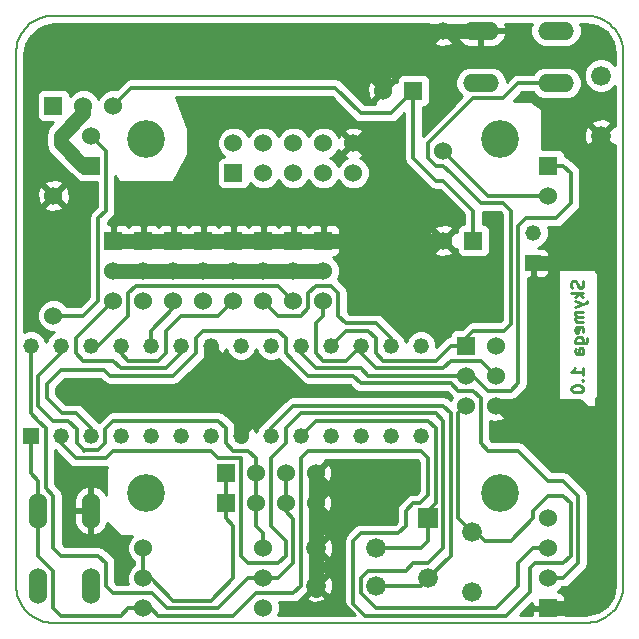
<source format=gbl>
G04 (created by PCBNEW-RS274X (2011-04-05)-testing) date Tue 31 May 2011 09:16:02 CEST*
G01*
G70*
G90*
%MOIN*%
G04 Gerber Fmt 3.4, Leading zero omitted, Abs format*
%FSLAX34Y34*%
G04 APERTURE LIST*
%ADD10C,0.006000*%
%ADD11C,0.010000*%
%ADD12C,0.005000*%
%ADD13R,0.060000X0.060000*%
%ADD14C,0.060000*%
%ADD15C,0.126000*%
%ADD16R,0.052000X0.052000*%
%ADD17C,0.052000*%
%ADD18O,0.120000X0.060000*%
%ADD19O,0.060000X0.120000*%
%ADD20R,0.066000X0.066000*%
%ADD21C,0.066000*%
%ADD22C,0.012000*%
%ADD23C,0.025000*%
%ADD24C,0.050000*%
G04 APERTURE END LIST*
G54D10*
G54D11*
X61643Y-32843D02*
X61662Y-32900D01*
X61662Y-32996D01*
X61643Y-33034D01*
X61624Y-33053D01*
X61586Y-33072D01*
X61548Y-33072D01*
X61510Y-33053D01*
X61490Y-33034D01*
X61471Y-32996D01*
X61452Y-32919D01*
X61433Y-32881D01*
X61414Y-32862D01*
X61376Y-32843D01*
X61338Y-32843D01*
X61300Y-32862D01*
X61281Y-32881D01*
X61262Y-32919D01*
X61262Y-33015D01*
X61281Y-33072D01*
X61662Y-33243D02*
X61262Y-33243D01*
X61510Y-33281D02*
X61662Y-33396D01*
X61395Y-33396D02*
X61548Y-33243D01*
X61395Y-33529D02*
X61662Y-33624D01*
X61395Y-33720D02*
X61662Y-33624D01*
X61757Y-33586D01*
X61776Y-33567D01*
X61795Y-33529D01*
X61662Y-33872D02*
X61395Y-33872D01*
X61433Y-33872D02*
X61414Y-33891D01*
X61395Y-33929D01*
X61395Y-33987D01*
X61414Y-34025D01*
X61452Y-34044D01*
X61662Y-34044D01*
X61452Y-34044D02*
X61414Y-34063D01*
X61395Y-34101D01*
X61395Y-34158D01*
X61414Y-34196D01*
X61452Y-34215D01*
X61662Y-34215D01*
X61643Y-34558D02*
X61662Y-34520D01*
X61662Y-34443D01*
X61643Y-34405D01*
X61605Y-34386D01*
X61452Y-34386D01*
X61414Y-34405D01*
X61395Y-34443D01*
X61395Y-34520D01*
X61414Y-34558D01*
X61452Y-34577D01*
X61490Y-34577D01*
X61529Y-34386D01*
X61395Y-34920D02*
X61719Y-34920D01*
X61757Y-34901D01*
X61776Y-34882D01*
X61795Y-34843D01*
X61795Y-34786D01*
X61776Y-34748D01*
X61643Y-34920D02*
X61662Y-34882D01*
X61662Y-34805D01*
X61643Y-34767D01*
X61624Y-34748D01*
X61586Y-34729D01*
X61471Y-34729D01*
X61433Y-34748D01*
X61414Y-34767D01*
X61395Y-34805D01*
X61395Y-34882D01*
X61414Y-34920D01*
X61662Y-35282D02*
X61452Y-35282D01*
X61414Y-35263D01*
X61395Y-35225D01*
X61395Y-35148D01*
X61414Y-35110D01*
X61643Y-35282D02*
X61662Y-35244D01*
X61662Y-35148D01*
X61643Y-35110D01*
X61605Y-35091D01*
X61567Y-35091D01*
X61529Y-35110D01*
X61510Y-35148D01*
X61510Y-35244D01*
X61490Y-35282D01*
X61662Y-35987D02*
X61662Y-35758D01*
X61662Y-35872D02*
X61262Y-35872D01*
X61319Y-35834D01*
X61357Y-35796D01*
X61376Y-35758D01*
X61624Y-36158D02*
X61643Y-36177D01*
X61662Y-36158D01*
X61643Y-36139D01*
X61624Y-36158D01*
X61662Y-36158D01*
X61262Y-36424D02*
X61262Y-36463D01*
X61281Y-36501D01*
X61300Y-36520D01*
X61338Y-36539D01*
X61414Y-36558D01*
X61510Y-36558D01*
X61586Y-36539D01*
X61624Y-36520D01*
X61643Y-36501D01*
X61662Y-36463D01*
X61662Y-36424D01*
X61643Y-36386D01*
X61624Y-36367D01*
X61586Y-36348D01*
X61510Y-36329D01*
X61414Y-36329D01*
X61338Y-36348D01*
X61300Y-36367D01*
X61281Y-36386D01*
X61262Y-36424D01*
G54D12*
X44000Y-24000D02*
X61750Y-24000D01*
X42750Y-25250D02*
X42750Y-43000D01*
X44000Y-24000D02*
X43892Y-24005D01*
X43783Y-24019D01*
X43677Y-24043D01*
X43573Y-24076D01*
X43472Y-24118D01*
X43376Y-24168D01*
X43284Y-24227D01*
X43197Y-24293D01*
X43117Y-24367D01*
X43043Y-24447D01*
X42977Y-24534D01*
X42918Y-24626D01*
X42868Y-24722D01*
X42826Y-24823D01*
X42793Y-24927D01*
X42769Y-25033D01*
X42755Y-25142D01*
X42750Y-25250D01*
X63000Y-43000D02*
X63000Y-25250D01*
X63000Y-25250D02*
X62995Y-25142D01*
X62981Y-25033D01*
X62957Y-24927D01*
X62924Y-24823D01*
X62882Y-24722D01*
X62832Y-24626D01*
X62773Y-24534D01*
X62707Y-24447D01*
X62633Y-24367D01*
X62553Y-24293D01*
X62466Y-24227D01*
X62375Y-24168D01*
X62278Y-24118D01*
X62177Y-24076D01*
X62073Y-24043D01*
X61967Y-24019D01*
X61858Y-24005D01*
X61750Y-24000D01*
X44000Y-44250D02*
X61750Y-44250D01*
X61750Y-44250D02*
X61858Y-44245D01*
X61967Y-44231D01*
X62073Y-44207D01*
X62177Y-44174D01*
X62278Y-44132D01*
X62375Y-44082D01*
X62466Y-44023D01*
X62553Y-43957D01*
X62633Y-43883D01*
X62707Y-43803D01*
X62773Y-43716D01*
X62832Y-43624D01*
X62882Y-43528D01*
X62924Y-43427D01*
X62957Y-43323D01*
X62981Y-43217D01*
X62995Y-43108D01*
X63000Y-43000D01*
X42750Y-43000D02*
X42755Y-43108D01*
X42769Y-43217D01*
X42793Y-43323D01*
X42826Y-43427D01*
X42868Y-43528D01*
X42918Y-43624D01*
X42977Y-43716D01*
X43043Y-43803D01*
X43117Y-43883D01*
X43197Y-43957D01*
X43284Y-44023D01*
X43376Y-44082D01*
X43472Y-44132D01*
X43573Y-44174D01*
X43677Y-44207D01*
X43783Y-44231D01*
X43892Y-44245D01*
X44000Y-44250D01*
G54D13*
X60500Y-43750D03*
G54D14*
X60500Y-42750D03*
X60500Y-41750D03*
X60500Y-40750D03*
G54D15*
X58890Y-39920D03*
X47080Y-28110D03*
X58890Y-28110D03*
G54D16*
X43250Y-38000D03*
G54D17*
X44250Y-38000D03*
X45250Y-38000D03*
X46250Y-38000D03*
X47250Y-38000D03*
X48250Y-38000D03*
X49250Y-38000D03*
X50250Y-38000D03*
X51250Y-38000D03*
X52250Y-38000D03*
X53250Y-38000D03*
X54250Y-38000D03*
X55250Y-38000D03*
X56250Y-38000D03*
X56250Y-35000D03*
X55250Y-35000D03*
X54250Y-35000D03*
X53250Y-35000D03*
X52250Y-35000D03*
X51250Y-35000D03*
X50250Y-35000D03*
X49250Y-35000D03*
X48250Y-35000D03*
X47250Y-35000D03*
X46250Y-35000D03*
X45250Y-35000D03*
X44250Y-35000D03*
X43250Y-35000D03*
G54D15*
X47080Y-39920D03*
G54D13*
X50000Y-29250D03*
G54D14*
X51000Y-29250D03*
X52000Y-29250D03*
X53000Y-29250D03*
X54000Y-29250D03*
X50000Y-28250D03*
X51000Y-28250D03*
X52000Y-28250D03*
X53000Y-28250D03*
X54000Y-28250D03*
G54D18*
X58250Y-24500D03*
X60750Y-24500D03*
X58250Y-26250D03*
X60750Y-26250D03*
G54D19*
X45250Y-40500D03*
X45250Y-43000D03*
X43500Y-40500D03*
X43500Y-43000D03*
G54D13*
X46000Y-31500D03*
G54D14*
X46000Y-32500D03*
X46000Y-33500D03*
G54D13*
X47000Y-31500D03*
G54D14*
X47000Y-32500D03*
X47000Y-33500D03*
G54D13*
X48000Y-31500D03*
G54D14*
X48000Y-32500D03*
X48000Y-33500D03*
G54D13*
X49000Y-31500D03*
G54D14*
X49000Y-32500D03*
X49000Y-33500D03*
G54D13*
X50000Y-31500D03*
G54D14*
X50000Y-32500D03*
X50000Y-33500D03*
G54D13*
X51000Y-31500D03*
G54D14*
X51000Y-32500D03*
X51000Y-33500D03*
G54D13*
X52000Y-31500D03*
G54D14*
X52000Y-32500D03*
X52000Y-33500D03*
G54D13*
X53000Y-31500D03*
G54D14*
X53000Y-32500D03*
X53000Y-33500D03*
X51000Y-43750D03*
X47000Y-43750D03*
X51000Y-41750D03*
X47000Y-41750D03*
X51000Y-42750D03*
X47000Y-42750D03*
X57000Y-24500D03*
X57000Y-28500D03*
X44000Y-34000D03*
X44000Y-30000D03*
G54D13*
X49750Y-39250D03*
G54D14*
X50750Y-39250D03*
X51750Y-39250D03*
X52750Y-39250D03*
G54D13*
X49750Y-40250D03*
G54D14*
X50750Y-40250D03*
X51750Y-40250D03*
X52750Y-40250D03*
G54D20*
X56500Y-40750D03*
G54D21*
X56500Y-42750D03*
X54750Y-43000D03*
X52750Y-43000D03*
X54750Y-41750D03*
X52750Y-41750D03*
G54D17*
X60000Y-31250D03*
G54D16*
X60000Y-32250D03*
G54D21*
X62250Y-28000D03*
X62250Y-26000D03*
G54D13*
X56000Y-26500D03*
G54D14*
X55000Y-26500D03*
G54D13*
X58000Y-31500D03*
G54D14*
X57000Y-31500D03*
G54D13*
X60500Y-29000D03*
G54D14*
X60500Y-30000D03*
G54D13*
X45250Y-29000D03*
G54D14*
X45250Y-28000D03*
G54D13*
X44000Y-27000D03*
G54D14*
X45000Y-27000D03*
X46000Y-27000D03*
G54D13*
X57750Y-35000D03*
G54D14*
X57750Y-36000D03*
X57750Y-37000D03*
X58750Y-35000D03*
X58750Y-36000D03*
X58750Y-37000D03*
G54D21*
X57950Y-43200D03*
X57950Y-41200D03*
G54D22*
X56750Y-29000D02*
X56500Y-28750D01*
X57250Y-29250D02*
X57000Y-29000D01*
X57750Y-34750D02*
X58000Y-34500D01*
X58000Y-34500D02*
X59028Y-34500D01*
X59028Y-34500D02*
X59250Y-34278D01*
X59250Y-34278D02*
X59250Y-30500D01*
X59250Y-30500D02*
X59000Y-30250D01*
X59000Y-30250D02*
X58250Y-30250D01*
X58250Y-30250D02*
X57250Y-29250D01*
X57750Y-35000D02*
X57750Y-34750D01*
X57000Y-29000D02*
X56750Y-29000D01*
X59500Y-26250D02*
X60750Y-26250D01*
X59000Y-26750D02*
X59500Y-26250D01*
X58000Y-26750D02*
X59000Y-26750D01*
X56500Y-28250D02*
X58000Y-26750D01*
X56500Y-28750D02*
X56500Y-28250D01*
X53250Y-35000D02*
X53750Y-34500D01*
X57250Y-35000D02*
X57750Y-35000D01*
X56750Y-35500D02*
X57250Y-35000D01*
X55000Y-35500D02*
X56750Y-35500D01*
X54750Y-35250D02*
X55000Y-35500D01*
X54750Y-34750D02*
X54750Y-35250D01*
X54500Y-34500D02*
X54750Y-34750D01*
X53750Y-34500D02*
X54500Y-34500D01*
X53250Y-35500D02*
X53000Y-35500D01*
X53000Y-34000D02*
X52750Y-34250D01*
X53250Y-35500D02*
X53750Y-35500D01*
X54250Y-35000D02*
X53750Y-35500D01*
X53000Y-34000D02*
X53000Y-33500D01*
X52750Y-35250D02*
X52750Y-34250D01*
X53000Y-35500D02*
X52750Y-35250D01*
X54750Y-35750D02*
X57000Y-35750D01*
X57250Y-35500D02*
X58250Y-35500D01*
X58750Y-36000D02*
X58250Y-35500D01*
X54250Y-35250D02*
X54750Y-35750D01*
X54250Y-35250D02*
X54250Y-35000D01*
X57000Y-35750D02*
X57250Y-35500D01*
X52750Y-33000D02*
X53250Y-33000D01*
X51500Y-34000D02*
X52250Y-34000D01*
X52250Y-34000D02*
X52500Y-33750D01*
X52500Y-33750D02*
X52500Y-33250D01*
X52500Y-33250D02*
X52750Y-33000D01*
X51000Y-33500D02*
X51500Y-34000D01*
X55250Y-34750D02*
X55250Y-35000D01*
X54750Y-34250D02*
X55250Y-34750D01*
X53750Y-34250D02*
X54750Y-34250D01*
X53500Y-34000D02*
X53750Y-34250D01*
X53500Y-33250D02*
X53500Y-34000D01*
X53250Y-33000D02*
X53500Y-33250D01*
X52250Y-35000D02*
X52250Y-35250D01*
X54500Y-36000D02*
X57750Y-36000D01*
X54250Y-35750D02*
X54500Y-36000D01*
X52750Y-35750D02*
X54250Y-35750D01*
X52250Y-35250D02*
X52750Y-35750D01*
X60750Y-30750D02*
X59750Y-30750D01*
X58500Y-36500D02*
X58000Y-36000D01*
X57750Y-36000D02*
X58000Y-36000D01*
X61000Y-29000D02*
X60500Y-29000D01*
X61250Y-29250D02*
X61000Y-29000D01*
X61250Y-30250D02*
X61250Y-29250D01*
X60750Y-30750D02*
X61250Y-30250D01*
X59500Y-36250D02*
X59500Y-33000D01*
X59250Y-36500D02*
X59500Y-36250D01*
X59250Y-36500D02*
X58500Y-36500D01*
X59500Y-31000D02*
X59500Y-33000D01*
X59750Y-30750D02*
X59500Y-31000D01*
X44750Y-35250D02*
X44750Y-34750D01*
X44750Y-35250D02*
X45000Y-35500D01*
X45000Y-35500D02*
X46000Y-35500D01*
X46000Y-35500D02*
X46250Y-35750D01*
X46250Y-35750D02*
X47750Y-35750D01*
X47750Y-35750D02*
X48250Y-35250D01*
X48250Y-35000D02*
X48250Y-35250D01*
X44750Y-34750D02*
X46000Y-33500D01*
X47250Y-35000D02*
X47250Y-34500D01*
X48000Y-33750D02*
X48000Y-33500D01*
X47250Y-34500D02*
X48000Y-33750D01*
X46250Y-35000D02*
X46250Y-35250D01*
X46250Y-35250D02*
X46500Y-35500D01*
X46500Y-35500D02*
X47500Y-35500D01*
X47500Y-35500D02*
X47750Y-35250D01*
X47750Y-35250D02*
X47750Y-34750D01*
X47750Y-34750D02*
X47750Y-34500D01*
X49500Y-34000D02*
X50000Y-33500D01*
X48250Y-34000D02*
X49500Y-34000D01*
X47750Y-34500D02*
X48250Y-34000D01*
X46250Y-35000D02*
X46250Y-35250D01*
X45250Y-35000D02*
X45500Y-35000D01*
X51500Y-33000D02*
X46750Y-33000D01*
X46750Y-33000D02*
X46500Y-33250D01*
X51500Y-33000D02*
X52000Y-33500D01*
X46500Y-34000D02*
X46500Y-33250D01*
X45500Y-35000D02*
X46500Y-34000D01*
X57950Y-41200D02*
X58100Y-41200D01*
X54000Y-43600D02*
X54400Y-44000D01*
X54400Y-44000D02*
X59100Y-44000D01*
X59100Y-44000D02*
X59900Y-43200D01*
X56000Y-40250D02*
X56222Y-40250D01*
X56222Y-40250D02*
X56250Y-40222D01*
X56250Y-38500D02*
X56500Y-38750D01*
X56500Y-38750D02*
X56500Y-39972D01*
X56500Y-39972D02*
X56250Y-40222D01*
X55750Y-40500D02*
X55750Y-41000D01*
X55750Y-41000D02*
X55500Y-41250D01*
X55500Y-41250D02*
X54250Y-41250D01*
X54250Y-41250D02*
X54000Y-41500D01*
X54000Y-41500D02*
X54000Y-43500D01*
X52250Y-39000D02*
X52250Y-43000D01*
X52250Y-43000D02*
X52000Y-43250D01*
X52000Y-43250D02*
X50750Y-43250D01*
X50750Y-43250D02*
X50250Y-43750D01*
X52250Y-38750D02*
X52250Y-39000D01*
X52500Y-38500D02*
X52250Y-38750D01*
X53000Y-38500D02*
X52500Y-38500D01*
X61250Y-42000D02*
X61000Y-42250D01*
X61250Y-40250D02*
X61250Y-42000D01*
X61000Y-40000D02*
X61250Y-40250D01*
X60500Y-40000D02*
X61000Y-40000D01*
X60000Y-40500D02*
X60500Y-40000D01*
X60000Y-40750D02*
X60000Y-40500D01*
X53000Y-38500D02*
X56250Y-38500D01*
X47250Y-43750D02*
X47000Y-43750D01*
X47500Y-44000D02*
X47250Y-43750D01*
X50000Y-44000D02*
X47500Y-44000D01*
X50250Y-43750D02*
X50000Y-44000D01*
X59250Y-41500D02*
X60000Y-40750D01*
X55750Y-40500D02*
X56000Y-40250D01*
X59900Y-42400D02*
X60050Y-42250D01*
X59900Y-43200D02*
X59900Y-42400D01*
X60050Y-42250D02*
X61000Y-42250D01*
X58400Y-41500D02*
X59250Y-41500D01*
X54000Y-43500D02*
X54000Y-43600D01*
X58100Y-41200D02*
X58400Y-41500D01*
X57500Y-40600D02*
X57500Y-40750D01*
X57500Y-40250D02*
X57500Y-40600D01*
X57750Y-37000D02*
X57500Y-37250D01*
X57500Y-40250D02*
X57500Y-37250D01*
X57500Y-40750D02*
X57950Y-41200D01*
X43500Y-40500D02*
X43500Y-42000D01*
X46500Y-43750D02*
X47000Y-43750D01*
X46250Y-44000D02*
X46500Y-43750D01*
X44250Y-44000D02*
X46250Y-44000D01*
X44000Y-43750D02*
X44250Y-44000D01*
X44000Y-42500D02*
X44000Y-43750D01*
X43500Y-42000D02*
X44000Y-42500D01*
X43250Y-38000D02*
X43250Y-39250D01*
X43500Y-39500D02*
X43500Y-40500D01*
X43250Y-39250D02*
X43500Y-39500D01*
X54250Y-43250D02*
X54750Y-43750D01*
X59500Y-42250D02*
X59500Y-43000D01*
X59500Y-43000D02*
X58750Y-43750D01*
X44750Y-38750D02*
X45750Y-38750D01*
X57000Y-41500D02*
X57000Y-41750D01*
X60500Y-41750D02*
X60000Y-41750D01*
X56500Y-42250D02*
X56000Y-42250D01*
X56000Y-42250D02*
X55750Y-42500D01*
X55750Y-42500D02*
X55500Y-42500D01*
X54500Y-42500D02*
X54250Y-42750D01*
X54250Y-42750D02*
X54250Y-43250D01*
X55500Y-42500D02*
X54500Y-42500D01*
X57000Y-37500D02*
X57000Y-37750D01*
X51750Y-37750D02*
X52250Y-37250D01*
X52250Y-37250D02*
X56500Y-37250D01*
X56500Y-37250D02*
X56750Y-37250D01*
X51500Y-42250D02*
X51750Y-42000D01*
X51750Y-42000D02*
X51750Y-41500D01*
X51750Y-41500D02*
X51250Y-41000D01*
X51250Y-41000D02*
X51250Y-38750D01*
X51250Y-38750D02*
X51750Y-38250D01*
X57000Y-37750D02*
X57000Y-41500D01*
X44250Y-38250D02*
X44250Y-38000D01*
X50250Y-42000D02*
X50500Y-42250D01*
X50250Y-38750D02*
X50250Y-42000D01*
X44250Y-38250D02*
X44750Y-38750D01*
X50500Y-42250D02*
X51500Y-42250D01*
X51750Y-38250D02*
X51750Y-37750D01*
X56750Y-37250D02*
X57000Y-37500D01*
X57000Y-41750D02*
X56500Y-42250D01*
X49500Y-38750D02*
X50250Y-38750D01*
X49250Y-38500D02*
X49500Y-38750D01*
X46000Y-38500D02*
X49250Y-38500D01*
X45750Y-38750D02*
X46000Y-38500D01*
X60000Y-41750D02*
X59500Y-42250D01*
X54750Y-43750D02*
X58750Y-43750D01*
X43750Y-38500D02*
X43750Y-39750D01*
X50500Y-42750D02*
X49500Y-43750D01*
X49500Y-43750D02*
X47778Y-43750D01*
X47778Y-43750D02*
X47278Y-43250D01*
X43250Y-35000D02*
X43250Y-37250D01*
X43500Y-37500D02*
X43250Y-37250D01*
X43750Y-37750D02*
X43500Y-37500D01*
X43750Y-38500D02*
X43750Y-37750D01*
X50500Y-42750D02*
X51000Y-42750D01*
X46000Y-43250D02*
X47278Y-43250D01*
X45750Y-43000D02*
X46000Y-43250D01*
X45750Y-42250D02*
X45750Y-43000D01*
X45500Y-42000D02*
X45750Y-42250D01*
X44250Y-42000D02*
X45500Y-42000D01*
X44000Y-41750D02*
X44250Y-42000D01*
X44000Y-40000D02*
X44000Y-41750D01*
X43750Y-39750D02*
X44000Y-40000D01*
X51000Y-42750D02*
X51500Y-42750D01*
X51750Y-40528D02*
X51750Y-40250D01*
X52000Y-40778D02*
X51750Y-40528D01*
X52000Y-42250D02*
X52000Y-40778D01*
X51500Y-42750D02*
X52000Y-42250D01*
X51750Y-40250D02*
X51750Y-39250D01*
X45014Y-38486D02*
X45486Y-38486D01*
X50750Y-38750D02*
X50750Y-39250D01*
X50750Y-38750D02*
X50500Y-38500D01*
X50000Y-38500D02*
X50500Y-38500D01*
X49750Y-38250D02*
X50000Y-38500D01*
X49750Y-37750D02*
X49750Y-38250D01*
X49500Y-37500D02*
X49750Y-37750D01*
X46000Y-37500D02*
X49500Y-37500D01*
X45722Y-37778D02*
X46000Y-37500D01*
X45722Y-38250D02*
X45722Y-37778D01*
X45486Y-38486D02*
X45722Y-38250D01*
X44778Y-38250D02*
X44778Y-37778D01*
X45028Y-38500D02*
X45014Y-38486D01*
X45014Y-38486D02*
X44778Y-38250D01*
X44250Y-35250D02*
X44250Y-35000D01*
X43500Y-36000D02*
X44250Y-35250D01*
X43500Y-37000D02*
X43500Y-36000D01*
X44000Y-37500D02*
X43500Y-37000D01*
X44500Y-37500D02*
X44000Y-37500D01*
X44778Y-37778D02*
X44500Y-37500D01*
X51000Y-41750D02*
X51000Y-41250D01*
X50750Y-41000D02*
X50750Y-40250D01*
X51000Y-41250D02*
X50750Y-41000D01*
X50750Y-40250D02*
X50750Y-39250D01*
X49500Y-34500D02*
X51500Y-34500D01*
X52000Y-35500D02*
X52500Y-36000D01*
X52500Y-36000D02*
X54000Y-36000D01*
X54000Y-36000D02*
X54250Y-36250D01*
X54250Y-36250D02*
X57250Y-36250D01*
X57250Y-36250D02*
X57500Y-36500D01*
X57500Y-36500D02*
X58000Y-36500D01*
X45888Y-36000D02*
X48000Y-36000D01*
X45250Y-37750D02*
X44750Y-37250D01*
X44750Y-37250D02*
X44278Y-37250D01*
X44278Y-37250D02*
X43778Y-36750D01*
X43778Y-36750D02*
X43778Y-36278D01*
X43778Y-36278D02*
X44250Y-35806D01*
X44250Y-35806D02*
X45694Y-35806D01*
X45694Y-35806D02*
X45888Y-36000D01*
X58250Y-37500D02*
X58250Y-38250D01*
X61000Y-42750D02*
X61500Y-42250D01*
X61500Y-42250D02*
X61500Y-40000D01*
X49500Y-34500D02*
X49000Y-34500D01*
X49000Y-34500D02*
X48750Y-34750D01*
X58250Y-36750D02*
X58000Y-36500D01*
X58250Y-37500D02*
X58250Y-36750D01*
X60500Y-42750D02*
X61000Y-42750D01*
X61000Y-39500D02*
X61500Y-40000D01*
X60500Y-39500D02*
X61000Y-39500D01*
X59500Y-38500D02*
X60500Y-39500D01*
X58500Y-38500D02*
X59500Y-38500D01*
X58250Y-38250D02*
X58500Y-38500D01*
X45250Y-37750D02*
X45250Y-38000D01*
X48750Y-35250D02*
X48750Y-34750D01*
X48000Y-36000D02*
X48750Y-35250D01*
X51750Y-35250D02*
X52000Y-35500D01*
X51750Y-34750D02*
X51750Y-35250D01*
X51500Y-34500D02*
X51750Y-34750D01*
X60500Y-42750D02*
X60750Y-42750D01*
X47050Y-26400D02*
X46600Y-26400D01*
X46600Y-26400D02*
X46000Y-27000D01*
X58000Y-31500D02*
X58000Y-30500D01*
X56000Y-28750D02*
X56000Y-26500D01*
X56750Y-29500D02*
X56000Y-28750D01*
X57000Y-29500D02*
X56750Y-29500D01*
X58000Y-30500D02*
X57000Y-29500D01*
X47000Y-26400D02*
X47050Y-26400D01*
X47050Y-26400D02*
X53400Y-26400D01*
X55250Y-27250D02*
X56000Y-26500D01*
X54250Y-27250D02*
X55250Y-27250D01*
X53400Y-26400D02*
X54250Y-27250D01*
G54D23*
X62500Y-38250D02*
X62500Y-32500D01*
X62500Y-32500D02*
X62000Y-32000D01*
G54D24*
X54000Y-28250D02*
X54500Y-28250D01*
X55250Y-29000D02*
X55250Y-31500D01*
X54500Y-28250D02*
X55250Y-29000D01*
X53000Y-31500D02*
X55250Y-31500D01*
X55250Y-31500D02*
X57000Y-31500D01*
X52000Y-31500D02*
X53000Y-31500D01*
X51000Y-31500D02*
X52000Y-31500D01*
X50000Y-31500D02*
X51000Y-31500D01*
X49000Y-31500D02*
X50000Y-31500D01*
X48000Y-31500D02*
X49000Y-31500D01*
X47000Y-31500D02*
X48000Y-31500D01*
X46000Y-31500D02*
X47000Y-31500D01*
X55000Y-26500D02*
X55000Y-25000D01*
X55000Y-25000D02*
X55500Y-24500D01*
X55500Y-24500D02*
X57000Y-24500D01*
X57000Y-24500D02*
X58250Y-24500D01*
X60000Y-32250D02*
X61750Y-32250D01*
X61750Y-32250D02*
X62000Y-32000D01*
X62000Y-32000D02*
X62250Y-31750D01*
X62250Y-31750D02*
X62250Y-28000D01*
X60500Y-43750D02*
X61750Y-43750D01*
X62500Y-43000D02*
X62500Y-38250D01*
X61750Y-43750D02*
X62500Y-43000D01*
X61500Y-37000D02*
X58750Y-37000D01*
X62500Y-38000D02*
X61500Y-37000D01*
X62500Y-38250D02*
X62500Y-38000D01*
X50250Y-38000D02*
X50250Y-37250D01*
X50250Y-37250D02*
X49250Y-36250D01*
X49250Y-36250D02*
X49250Y-35000D01*
X52750Y-43000D02*
X52750Y-43150D01*
X52750Y-41750D02*
X52750Y-43000D01*
X52750Y-40250D02*
X52750Y-41750D01*
X52750Y-39250D02*
X52750Y-40250D01*
G54D22*
X57250Y-37500D02*
X57250Y-37250D01*
X51250Y-37750D02*
X52000Y-37000D01*
X52000Y-37000D02*
X57000Y-37000D01*
X57250Y-40500D02*
X57250Y-37500D01*
X51250Y-37750D02*
X51250Y-38000D01*
X57250Y-37250D02*
X57000Y-37000D01*
X56500Y-42750D02*
X57250Y-42000D01*
X57250Y-42000D02*
X57250Y-40500D01*
X57250Y-40500D02*
X57250Y-40564D01*
X54750Y-43000D02*
X56250Y-43000D01*
X56250Y-43000D02*
X56500Y-42750D01*
X56500Y-40750D02*
X56500Y-40500D01*
X56750Y-37750D02*
X56500Y-37500D01*
X52750Y-37500D02*
X52250Y-38000D01*
X56750Y-38000D02*
X56750Y-40250D01*
X52750Y-37500D02*
X56500Y-37500D01*
X56750Y-38000D02*
X56750Y-37750D01*
X56500Y-40500D02*
X56750Y-40250D01*
X54750Y-41750D02*
X56250Y-41750D01*
X56500Y-41500D02*
X56500Y-40750D01*
X56250Y-41750D02*
X56500Y-41500D01*
X45500Y-33250D02*
X45500Y-33500D01*
X45500Y-30750D02*
X45500Y-33250D01*
X44000Y-34000D02*
X44750Y-34000D01*
X45750Y-28500D02*
X45250Y-28000D01*
X45750Y-30500D02*
X45750Y-28500D01*
X45750Y-30500D02*
X45500Y-30750D01*
X45000Y-34000D02*
X44750Y-34000D01*
X45500Y-33500D02*
X45000Y-34000D01*
X57000Y-28500D02*
X58500Y-30000D01*
X58500Y-30000D02*
X60500Y-30000D01*
X47000Y-42750D02*
X47250Y-42750D01*
X49750Y-40750D02*
X49750Y-40250D01*
X50000Y-41000D02*
X49750Y-40750D01*
X50000Y-42750D02*
X50000Y-41000D01*
X49250Y-43500D02*
X50000Y-42750D01*
X48000Y-43500D02*
X49250Y-43500D01*
X47250Y-42750D02*
X48000Y-43500D01*
X47000Y-41750D02*
X47000Y-42750D01*
X49750Y-39250D02*
X49750Y-40250D01*
G54D24*
X45250Y-29000D02*
X45000Y-29000D01*
X45000Y-29000D02*
X44250Y-28250D01*
X44250Y-28250D02*
X44250Y-28000D01*
X44250Y-28000D02*
X45000Y-27250D01*
X45000Y-27250D02*
X45000Y-27000D01*
X52000Y-32500D02*
X53000Y-32500D01*
X51000Y-32500D02*
X52000Y-32500D01*
X50000Y-32500D02*
X51000Y-32500D01*
X49000Y-32500D02*
X50000Y-32500D01*
X48000Y-32500D02*
X49000Y-32500D01*
X47000Y-32500D02*
X48000Y-32500D01*
X46000Y-32500D02*
X47000Y-32500D01*
G54D10*
G36*
X46690Y-42284D02*
X46689Y-42285D01*
X46535Y-42439D01*
X46451Y-42641D01*
X46451Y-42859D01*
X46484Y-42940D01*
X46128Y-42940D01*
X46060Y-42871D01*
X46060Y-42250D01*
X46036Y-42132D01*
X46036Y-42131D01*
X46002Y-42081D01*
X45969Y-42031D01*
X45969Y-42030D01*
X45719Y-41781D01*
X45619Y-41714D01*
X45500Y-41690D01*
X45200Y-41690D01*
X45200Y-41285D01*
X45200Y-40550D01*
X45200Y-40450D01*
X45200Y-39715D01*
X45115Y-39668D01*
X44932Y-39740D01*
X44780Y-39897D01*
X44700Y-40100D01*
X44700Y-40450D01*
X45200Y-40450D01*
X45200Y-40550D01*
X44700Y-40550D01*
X44700Y-40900D01*
X44780Y-41103D01*
X44932Y-41260D01*
X45115Y-41332D01*
X45200Y-41285D01*
X45200Y-41690D01*
X44378Y-41690D01*
X44310Y-41621D01*
X44310Y-40000D01*
X44286Y-39882D01*
X44286Y-39881D01*
X44252Y-39831D01*
X44219Y-39781D01*
X44219Y-39780D01*
X44060Y-39621D01*
X44060Y-38500D01*
X44060Y-38498D01*
X44531Y-38969D01*
X44631Y-39036D01*
X44632Y-39036D01*
X44750Y-39060D01*
X45750Y-39060D01*
X45793Y-39051D01*
X45750Y-39138D01*
X45750Y-39973D01*
X45720Y-39897D01*
X45568Y-39740D01*
X45385Y-39668D01*
X45300Y-39715D01*
X45300Y-40400D01*
X45300Y-40450D01*
X45300Y-40550D01*
X45300Y-40600D01*
X45300Y-41285D01*
X45385Y-41332D01*
X45568Y-41260D01*
X45720Y-41103D01*
X45794Y-40915D01*
X46229Y-41350D01*
X46624Y-41350D01*
X46535Y-41439D01*
X46451Y-41641D01*
X46451Y-41859D01*
X46535Y-42061D01*
X46689Y-42215D01*
X46690Y-42215D01*
X46690Y-42284D01*
X46690Y-42284D01*
G37*
G54D11*
X46690Y-42284D02*
X46689Y-42285D01*
X46535Y-42439D01*
X46451Y-42641D01*
X46451Y-42859D01*
X46484Y-42940D01*
X46128Y-42940D01*
X46060Y-42871D01*
X46060Y-42250D01*
X46036Y-42132D01*
X46036Y-42131D01*
X46002Y-42081D01*
X45969Y-42031D01*
X45969Y-42030D01*
X45719Y-41781D01*
X45619Y-41714D01*
X45500Y-41690D01*
X45200Y-41690D01*
X45200Y-41285D01*
X45200Y-40550D01*
X45200Y-40450D01*
X45200Y-39715D01*
X45115Y-39668D01*
X44932Y-39740D01*
X44780Y-39897D01*
X44700Y-40100D01*
X44700Y-40450D01*
X45200Y-40450D01*
X45200Y-40550D01*
X44700Y-40550D01*
X44700Y-40900D01*
X44780Y-41103D01*
X44932Y-41260D01*
X45115Y-41332D01*
X45200Y-41285D01*
X45200Y-41690D01*
X44378Y-41690D01*
X44310Y-41621D01*
X44310Y-40000D01*
X44286Y-39882D01*
X44286Y-39881D01*
X44252Y-39831D01*
X44219Y-39781D01*
X44219Y-39780D01*
X44060Y-39621D01*
X44060Y-38500D01*
X44060Y-38498D01*
X44531Y-38969D01*
X44631Y-39036D01*
X44632Y-39036D01*
X44750Y-39060D01*
X45750Y-39060D01*
X45793Y-39051D01*
X45750Y-39138D01*
X45750Y-39973D01*
X45720Y-39897D01*
X45568Y-39740D01*
X45385Y-39668D01*
X45300Y-39715D01*
X45300Y-40400D01*
X45300Y-40450D01*
X45300Y-40550D01*
X45300Y-40600D01*
X45300Y-41285D01*
X45385Y-41332D01*
X45568Y-41260D01*
X45720Y-41103D01*
X45794Y-40915D01*
X46229Y-41350D01*
X46624Y-41350D01*
X46535Y-41439D01*
X46451Y-41641D01*
X46451Y-41859D01*
X46535Y-42061D01*
X46689Y-42215D01*
X46690Y-42215D01*
X46690Y-42284D01*
G54D10*
G36*
X56190Y-39843D02*
X56093Y-39940D01*
X56000Y-39940D01*
X55881Y-39964D01*
X55831Y-39997D01*
X55780Y-40031D01*
X55531Y-40281D01*
X55464Y-40381D01*
X55440Y-40500D01*
X55440Y-40871D01*
X55371Y-40940D01*
X54250Y-40940D01*
X54131Y-40964D01*
X54081Y-40997D01*
X54030Y-41031D01*
X53781Y-41281D01*
X53714Y-41381D01*
X53690Y-41500D01*
X53690Y-43500D01*
X53714Y-43619D01*
X53781Y-43719D01*
X54036Y-43975D01*
X53323Y-43975D01*
X53323Y-43086D01*
X53323Y-41836D01*
X53312Y-41611D01*
X53293Y-41565D01*
X53293Y-40329D01*
X53293Y-39329D01*
X53282Y-39116D01*
X53222Y-38969D01*
X53128Y-38942D01*
X52821Y-39250D01*
X53128Y-39558D01*
X53222Y-39531D01*
X53293Y-39329D01*
X53293Y-40329D01*
X53282Y-40116D01*
X53222Y-39969D01*
X53128Y-39942D01*
X52821Y-40250D01*
X53128Y-40558D01*
X53222Y-40531D01*
X53293Y-40329D01*
X53293Y-41565D01*
X53246Y-41452D01*
X53150Y-41421D01*
X52821Y-41750D01*
X53150Y-42079D01*
X53246Y-42048D01*
X53323Y-41836D01*
X53323Y-43086D01*
X53312Y-42861D01*
X53246Y-42702D01*
X53150Y-42671D01*
X52821Y-43000D01*
X53150Y-43329D01*
X53246Y-43298D01*
X53323Y-43086D01*
X53323Y-43975D01*
X53079Y-43975D01*
X53079Y-43400D01*
X52750Y-43071D01*
X52421Y-43400D01*
X52452Y-43496D01*
X52664Y-43573D01*
X52889Y-43562D01*
X53048Y-43496D01*
X53079Y-43400D01*
X53079Y-43975D01*
X51500Y-43975D01*
X51549Y-43859D01*
X51549Y-43641D01*
X51515Y-43560D01*
X52000Y-43560D01*
X52118Y-43536D01*
X52119Y-43536D01*
X52219Y-43469D01*
X52469Y-43220D01*
X52469Y-43219D01*
X52487Y-43191D01*
X52488Y-43190D01*
X52643Y-43034D01*
X52644Y-43035D01*
X52679Y-43000D01*
X52750Y-42929D01*
X52785Y-42894D01*
X53079Y-42600D01*
X53048Y-42504D01*
X52836Y-42427D01*
X52611Y-42438D01*
X52560Y-42459D01*
X52560Y-42285D01*
X52664Y-42323D01*
X52889Y-42312D01*
X53048Y-42246D01*
X53079Y-42150D01*
X52785Y-41856D01*
X52750Y-41821D01*
X52679Y-41750D01*
X52750Y-41679D01*
X52785Y-41644D01*
X53079Y-41350D01*
X53048Y-41254D01*
X52836Y-41177D01*
X52611Y-41188D01*
X52560Y-41209D01*
X52560Y-40753D01*
X52671Y-40793D01*
X52884Y-40782D01*
X53031Y-40722D01*
X53058Y-40628D01*
X52785Y-40356D01*
X52750Y-40321D01*
X52679Y-40250D01*
X52750Y-40179D01*
X52785Y-40144D01*
X53058Y-39872D01*
X53031Y-39778D01*
X52957Y-39752D01*
X53031Y-39722D01*
X53058Y-39628D01*
X52785Y-39356D01*
X52750Y-39321D01*
X52679Y-39250D01*
X52750Y-39179D01*
X52785Y-39144D01*
X53058Y-38872D01*
X53040Y-38810D01*
X56121Y-38810D01*
X56190Y-38878D01*
X56190Y-39843D01*
X56190Y-39843D01*
G37*
G54D11*
X56190Y-39843D02*
X56093Y-39940D01*
X56000Y-39940D01*
X55881Y-39964D01*
X55831Y-39997D01*
X55780Y-40031D01*
X55531Y-40281D01*
X55464Y-40381D01*
X55440Y-40500D01*
X55440Y-40871D01*
X55371Y-40940D01*
X54250Y-40940D01*
X54131Y-40964D01*
X54081Y-40997D01*
X54030Y-41031D01*
X53781Y-41281D01*
X53714Y-41381D01*
X53690Y-41500D01*
X53690Y-43500D01*
X53714Y-43619D01*
X53781Y-43719D01*
X54036Y-43975D01*
X53323Y-43975D01*
X53323Y-43086D01*
X53323Y-41836D01*
X53312Y-41611D01*
X53293Y-41565D01*
X53293Y-40329D01*
X53293Y-39329D01*
X53282Y-39116D01*
X53222Y-38969D01*
X53128Y-38942D01*
X52821Y-39250D01*
X53128Y-39558D01*
X53222Y-39531D01*
X53293Y-39329D01*
X53293Y-40329D01*
X53282Y-40116D01*
X53222Y-39969D01*
X53128Y-39942D01*
X52821Y-40250D01*
X53128Y-40558D01*
X53222Y-40531D01*
X53293Y-40329D01*
X53293Y-41565D01*
X53246Y-41452D01*
X53150Y-41421D01*
X52821Y-41750D01*
X53150Y-42079D01*
X53246Y-42048D01*
X53323Y-41836D01*
X53323Y-43086D01*
X53312Y-42861D01*
X53246Y-42702D01*
X53150Y-42671D01*
X52821Y-43000D01*
X53150Y-43329D01*
X53246Y-43298D01*
X53323Y-43086D01*
X53323Y-43975D01*
X53079Y-43975D01*
X53079Y-43400D01*
X52750Y-43071D01*
X52421Y-43400D01*
X52452Y-43496D01*
X52664Y-43573D01*
X52889Y-43562D01*
X53048Y-43496D01*
X53079Y-43400D01*
X53079Y-43975D01*
X51500Y-43975D01*
X51549Y-43859D01*
X51549Y-43641D01*
X51515Y-43560D01*
X52000Y-43560D01*
X52118Y-43536D01*
X52119Y-43536D01*
X52219Y-43469D01*
X52469Y-43220D01*
X52469Y-43219D01*
X52487Y-43191D01*
X52488Y-43190D01*
X52643Y-43034D01*
X52644Y-43035D01*
X52679Y-43000D01*
X52750Y-42929D01*
X52785Y-42894D01*
X53079Y-42600D01*
X53048Y-42504D01*
X52836Y-42427D01*
X52611Y-42438D01*
X52560Y-42459D01*
X52560Y-42285D01*
X52664Y-42323D01*
X52889Y-42312D01*
X53048Y-42246D01*
X53079Y-42150D01*
X52785Y-41856D01*
X52750Y-41821D01*
X52679Y-41750D01*
X52750Y-41679D01*
X52785Y-41644D01*
X53079Y-41350D01*
X53048Y-41254D01*
X52836Y-41177D01*
X52611Y-41188D01*
X52560Y-41209D01*
X52560Y-40753D01*
X52671Y-40793D01*
X52884Y-40782D01*
X53031Y-40722D01*
X53058Y-40628D01*
X52785Y-40356D01*
X52750Y-40321D01*
X52679Y-40250D01*
X52750Y-40179D01*
X52785Y-40144D01*
X53058Y-39872D01*
X53031Y-39778D01*
X52957Y-39752D01*
X53031Y-39722D01*
X53058Y-39628D01*
X52785Y-39356D01*
X52750Y-39321D01*
X52679Y-39250D01*
X52750Y-39179D01*
X52785Y-39144D01*
X53058Y-38872D01*
X53040Y-38810D01*
X56121Y-38810D01*
X56190Y-38878D01*
X56190Y-39843D01*
G54D10*
G36*
X57274Y-36713D02*
X57238Y-36800D01*
X57219Y-36781D01*
X57119Y-36714D01*
X57000Y-36690D01*
X52000Y-36690D01*
X51881Y-36714D01*
X51780Y-36781D01*
X51031Y-37531D01*
X51023Y-37542D01*
X50962Y-37568D01*
X50819Y-37712D01*
X50744Y-37891D01*
X50743Y-37871D01*
X50690Y-37743D01*
X50600Y-37721D01*
X50356Y-37965D01*
X50321Y-38000D01*
X50250Y-38071D01*
X50179Y-38000D01*
X50250Y-37929D01*
X50285Y-37894D01*
X50529Y-37650D01*
X50507Y-37560D01*
X50319Y-37495D01*
X50121Y-37507D01*
X49993Y-37560D01*
X49991Y-37564D01*
X49969Y-37531D01*
X49969Y-37530D01*
X49719Y-37281D01*
X49619Y-37214D01*
X49500Y-37190D01*
X48500Y-37190D01*
X46000Y-37190D01*
X45881Y-37214D01*
X45781Y-37281D01*
X45506Y-37555D01*
X45477Y-37543D01*
X45469Y-37531D01*
X44969Y-37031D01*
X44869Y-36964D01*
X44750Y-36940D01*
X44406Y-36940D01*
X44088Y-36622D01*
X44088Y-36406D01*
X44378Y-36116D01*
X45566Y-36116D01*
X45669Y-36219D01*
X45769Y-36286D01*
X45770Y-36286D01*
X45888Y-36310D01*
X48000Y-36310D01*
X48118Y-36286D01*
X48119Y-36286D01*
X48219Y-36219D01*
X48500Y-35938D01*
X48969Y-35470D01*
X48969Y-35469D01*
X48991Y-35435D01*
X48993Y-35440D01*
X49181Y-35505D01*
X49379Y-35493D01*
X49507Y-35440D01*
X49529Y-35350D01*
X49285Y-35106D01*
X49250Y-35071D01*
X49179Y-35000D01*
X49250Y-34929D01*
X49321Y-35000D01*
X49356Y-35035D01*
X49600Y-35279D01*
X49690Y-35257D01*
X49742Y-35104D01*
X49818Y-35288D01*
X49962Y-35431D01*
X50149Y-35509D01*
X50351Y-35509D01*
X50538Y-35432D01*
X50681Y-35288D01*
X50749Y-35122D01*
X50818Y-35288D01*
X50962Y-35431D01*
X51149Y-35509D01*
X51351Y-35509D01*
X51513Y-35442D01*
X51531Y-35469D01*
X51780Y-35719D01*
X51781Y-35719D01*
X51782Y-35720D01*
X52281Y-36219D01*
X52381Y-36286D01*
X52382Y-36286D01*
X52500Y-36310D01*
X53871Y-36310D01*
X54030Y-36469D01*
X54031Y-36469D01*
X54081Y-36502D01*
X54131Y-36536D01*
X54132Y-36536D01*
X54250Y-36560D01*
X57121Y-36560D01*
X57274Y-36713D01*
X57274Y-36713D01*
G37*
G54D11*
X57274Y-36713D02*
X57238Y-36800D01*
X57219Y-36781D01*
X57119Y-36714D01*
X57000Y-36690D01*
X52000Y-36690D01*
X51881Y-36714D01*
X51780Y-36781D01*
X51031Y-37531D01*
X51023Y-37542D01*
X50962Y-37568D01*
X50819Y-37712D01*
X50744Y-37891D01*
X50743Y-37871D01*
X50690Y-37743D01*
X50600Y-37721D01*
X50356Y-37965D01*
X50321Y-38000D01*
X50250Y-38071D01*
X50179Y-38000D01*
X50250Y-37929D01*
X50285Y-37894D01*
X50529Y-37650D01*
X50507Y-37560D01*
X50319Y-37495D01*
X50121Y-37507D01*
X49993Y-37560D01*
X49991Y-37564D01*
X49969Y-37531D01*
X49969Y-37530D01*
X49719Y-37281D01*
X49619Y-37214D01*
X49500Y-37190D01*
X48500Y-37190D01*
X46000Y-37190D01*
X45881Y-37214D01*
X45781Y-37281D01*
X45506Y-37555D01*
X45477Y-37543D01*
X45469Y-37531D01*
X44969Y-37031D01*
X44869Y-36964D01*
X44750Y-36940D01*
X44406Y-36940D01*
X44088Y-36622D01*
X44088Y-36406D01*
X44378Y-36116D01*
X45566Y-36116D01*
X45669Y-36219D01*
X45769Y-36286D01*
X45770Y-36286D01*
X45888Y-36310D01*
X48000Y-36310D01*
X48118Y-36286D01*
X48119Y-36286D01*
X48219Y-36219D01*
X48500Y-35938D01*
X48969Y-35470D01*
X48969Y-35469D01*
X48991Y-35435D01*
X48993Y-35440D01*
X49181Y-35505D01*
X49379Y-35493D01*
X49507Y-35440D01*
X49529Y-35350D01*
X49285Y-35106D01*
X49250Y-35071D01*
X49179Y-35000D01*
X49250Y-34929D01*
X49321Y-35000D01*
X49356Y-35035D01*
X49600Y-35279D01*
X49690Y-35257D01*
X49742Y-35104D01*
X49818Y-35288D01*
X49962Y-35431D01*
X50149Y-35509D01*
X50351Y-35509D01*
X50538Y-35432D01*
X50681Y-35288D01*
X50749Y-35122D01*
X50818Y-35288D01*
X50962Y-35431D01*
X51149Y-35509D01*
X51351Y-35509D01*
X51513Y-35442D01*
X51531Y-35469D01*
X51780Y-35719D01*
X51781Y-35719D01*
X51782Y-35720D01*
X52281Y-36219D01*
X52381Y-36286D01*
X52382Y-36286D01*
X52500Y-36310D01*
X53871Y-36310D01*
X54030Y-36469D01*
X54031Y-36469D01*
X54081Y-36502D01*
X54131Y-36536D01*
X54132Y-36536D01*
X54250Y-36560D01*
X57121Y-36560D01*
X57274Y-36713D01*
G54D10*
G36*
X58940Y-34149D02*
X58899Y-34190D01*
X58000Y-34190D01*
X57881Y-34214D01*
X57831Y-34247D01*
X57780Y-34281D01*
X57610Y-34451D01*
X57401Y-34451D01*
X57309Y-34489D01*
X57308Y-34490D01*
X57308Y-31878D01*
X57000Y-31571D01*
X56929Y-31641D01*
X56929Y-31500D01*
X56622Y-31192D01*
X56528Y-31219D01*
X56457Y-31421D01*
X56468Y-31634D01*
X56528Y-31781D01*
X56622Y-31808D01*
X56929Y-31500D01*
X56929Y-31641D01*
X56692Y-31878D01*
X56719Y-31972D01*
X56921Y-32043D01*
X57134Y-32032D01*
X57281Y-31972D01*
X57308Y-31878D01*
X57308Y-34490D01*
X57239Y-34559D01*
X57201Y-34650D01*
X57201Y-34699D01*
X57131Y-34714D01*
X57031Y-34781D01*
X56759Y-35053D01*
X56759Y-34899D01*
X56682Y-34712D01*
X56538Y-34569D01*
X56351Y-34491D01*
X56149Y-34491D01*
X55962Y-34568D01*
X55819Y-34712D01*
X55750Y-34877D01*
X55682Y-34712D01*
X55538Y-34569D01*
X55477Y-34543D01*
X55469Y-34531D01*
X54969Y-34031D01*
X54869Y-33964D01*
X54750Y-33940D01*
X54549Y-33940D01*
X54549Y-29359D01*
X54549Y-29141D01*
X54543Y-29126D01*
X54543Y-28329D01*
X54532Y-28116D01*
X54472Y-27969D01*
X54378Y-27942D01*
X54308Y-28012D01*
X54308Y-27872D01*
X54281Y-27778D01*
X54079Y-27707D01*
X53866Y-27718D01*
X53719Y-27778D01*
X53692Y-27872D01*
X54000Y-28179D01*
X54308Y-27872D01*
X54308Y-28012D01*
X54071Y-28250D01*
X54378Y-28558D01*
X54472Y-28531D01*
X54543Y-28329D01*
X54543Y-29126D01*
X54465Y-28939D01*
X54311Y-28785D01*
X54219Y-28747D01*
X54281Y-28722D01*
X54308Y-28628D01*
X54000Y-28321D01*
X53692Y-28628D01*
X53719Y-28722D01*
X53784Y-28745D01*
X53689Y-28785D01*
X53535Y-28939D01*
X53500Y-29023D01*
X53465Y-28939D01*
X53311Y-28785D01*
X53226Y-28750D01*
X53311Y-28715D01*
X53465Y-28561D01*
X53502Y-28469D01*
X53528Y-28531D01*
X53622Y-28558D01*
X53929Y-28250D01*
X53622Y-27942D01*
X53528Y-27969D01*
X53504Y-28034D01*
X53465Y-27939D01*
X53311Y-27785D01*
X53109Y-27701D01*
X52891Y-27701D01*
X52689Y-27785D01*
X52535Y-27939D01*
X52500Y-28023D01*
X52465Y-27939D01*
X52311Y-27785D01*
X52109Y-27701D01*
X51891Y-27701D01*
X51689Y-27785D01*
X51535Y-27939D01*
X51500Y-28023D01*
X51465Y-27939D01*
X51311Y-27785D01*
X51109Y-27701D01*
X50891Y-27701D01*
X50689Y-27785D01*
X50535Y-27939D01*
X50500Y-28023D01*
X50465Y-27939D01*
X50311Y-27785D01*
X50109Y-27701D01*
X49891Y-27701D01*
X49689Y-27785D01*
X49535Y-27939D01*
X49451Y-28141D01*
X49451Y-28359D01*
X49535Y-28561D01*
X49675Y-28701D01*
X49651Y-28701D01*
X49559Y-28739D01*
X49489Y-28809D01*
X49451Y-28900D01*
X49451Y-28999D01*
X49451Y-29599D01*
X49489Y-29691D01*
X49559Y-29761D01*
X49650Y-29799D01*
X49749Y-29799D01*
X50349Y-29799D01*
X50441Y-29761D01*
X50511Y-29691D01*
X50549Y-29600D01*
X50549Y-29575D01*
X50689Y-29715D01*
X50891Y-29799D01*
X51109Y-29799D01*
X51311Y-29715D01*
X51465Y-29561D01*
X51500Y-29476D01*
X51535Y-29561D01*
X51689Y-29715D01*
X51891Y-29799D01*
X52109Y-29799D01*
X52311Y-29715D01*
X52465Y-29561D01*
X52500Y-29476D01*
X52535Y-29561D01*
X52689Y-29715D01*
X52891Y-29799D01*
X53109Y-29799D01*
X53311Y-29715D01*
X53465Y-29561D01*
X53500Y-29476D01*
X53535Y-29561D01*
X53689Y-29715D01*
X53891Y-29799D01*
X54109Y-29799D01*
X54311Y-29715D01*
X54465Y-29561D01*
X54549Y-29359D01*
X54549Y-33940D01*
X53878Y-33940D01*
X53810Y-33871D01*
X53810Y-33250D01*
X53786Y-33132D01*
X53786Y-33131D01*
X53752Y-33081D01*
X53719Y-33031D01*
X53719Y-33030D01*
X53474Y-32786D01*
X53549Y-32609D01*
X53549Y-32391D01*
X53465Y-32189D01*
X53325Y-32049D01*
X53350Y-32049D01*
X53441Y-32011D01*
X53511Y-31941D01*
X53549Y-31849D01*
X53550Y-31612D01*
X53550Y-31388D01*
X53549Y-31151D01*
X53511Y-31059D01*
X53441Y-30989D01*
X53350Y-30951D01*
X53251Y-30951D01*
X53112Y-30950D01*
X53050Y-31012D01*
X53050Y-31450D01*
X53488Y-31450D01*
X53550Y-31388D01*
X53550Y-31612D01*
X53488Y-31550D01*
X53100Y-31550D01*
X53050Y-31550D01*
X52950Y-31550D01*
X52950Y-31450D01*
X52950Y-31012D01*
X52888Y-30950D01*
X52749Y-30951D01*
X52650Y-30951D01*
X52559Y-30989D01*
X52500Y-31048D01*
X52441Y-30989D01*
X52350Y-30951D01*
X52251Y-30951D01*
X52112Y-30950D01*
X52050Y-31012D01*
X52050Y-31450D01*
X52488Y-31450D01*
X52500Y-31438D01*
X52512Y-31450D01*
X52950Y-31450D01*
X52950Y-31550D01*
X52900Y-31550D01*
X52512Y-31550D01*
X52500Y-31562D01*
X52488Y-31550D01*
X52100Y-31550D01*
X52050Y-31550D01*
X51950Y-31550D01*
X51950Y-31450D01*
X51950Y-31012D01*
X51888Y-30950D01*
X51749Y-30951D01*
X51650Y-30951D01*
X51559Y-30989D01*
X51500Y-31048D01*
X51441Y-30989D01*
X51350Y-30951D01*
X51251Y-30951D01*
X51112Y-30950D01*
X51050Y-31012D01*
X51050Y-31450D01*
X51488Y-31450D01*
X51500Y-31438D01*
X51512Y-31450D01*
X51950Y-31450D01*
X51950Y-31550D01*
X51900Y-31550D01*
X51512Y-31550D01*
X51500Y-31562D01*
X51488Y-31550D01*
X51100Y-31550D01*
X51050Y-31550D01*
X50950Y-31550D01*
X50950Y-31450D01*
X50950Y-31012D01*
X50888Y-30950D01*
X50749Y-30951D01*
X50650Y-30951D01*
X50559Y-30989D01*
X50500Y-31048D01*
X50441Y-30989D01*
X50350Y-30951D01*
X50251Y-30951D01*
X50112Y-30950D01*
X50050Y-31012D01*
X50050Y-31450D01*
X50488Y-31450D01*
X50500Y-31438D01*
X50512Y-31450D01*
X50950Y-31450D01*
X50950Y-31550D01*
X50900Y-31550D01*
X50512Y-31550D01*
X50500Y-31562D01*
X50488Y-31550D01*
X50100Y-31550D01*
X50050Y-31550D01*
X49950Y-31550D01*
X49950Y-31450D01*
X49950Y-31012D01*
X49888Y-30950D01*
X49749Y-30951D01*
X49650Y-30951D01*
X49559Y-30989D01*
X49500Y-31048D01*
X49441Y-30989D01*
X49350Y-30951D01*
X49251Y-30951D01*
X49112Y-30950D01*
X49050Y-31012D01*
X49050Y-31450D01*
X49488Y-31450D01*
X49500Y-31438D01*
X49512Y-31450D01*
X49950Y-31450D01*
X49950Y-31550D01*
X49900Y-31550D01*
X49512Y-31550D01*
X49500Y-31562D01*
X49488Y-31550D01*
X49100Y-31550D01*
X49050Y-31550D01*
X48950Y-31550D01*
X48950Y-31450D01*
X48950Y-31012D01*
X48888Y-30950D01*
X48749Y-30951D01*
X48650Y-30951D01*
X48559Y-30989D01*
X48500Y-31048D01*
X48441Y-30989D01*
X48350Y-30951D01*
X48251Y-30951D01*
X48112Y-30950D01*
X48050Y-31012D01*
X48050Y-31450D01*
X48488Y-31450D01*
X48500Y-31438D01*
X48512Y-31450D01*
X48950Y-31450D01*
X48950Y-31550D01*
X48900Y-31550D01*
X48512Y-31550D01*
X48500Y-31562D01*
X48488Y-31550D01*
X48100Y-31550D01*
X48050Y-31550D01*
X47950Y-31550D01*
X47950Y-31450D01*
X47950Y-31012D01*
X47888Y-30950D01*
X47749Y-30951D01*
X47650Y-30951D01*
X47559Y-30989D01*
X47500Y-31048D01*
X47441Y-30989D01*
X47350Y-30951D01*
X47251Y-30951D01*
X47112Y-30950D01*
X47050Y-31012D01*
X47050Y-31450D01*
X47488Y-31450D01*
X47500Y-31438D01*
X47512Y-31450D01*
X47950Y-31450D01*
X47950Y-31550D01*
X47900Y-31550D01*
X47512Y-31550D01*
X47500Y-31562D01*
X47488Y-31550D01*
X47100Y-31550D01*
X47050Y-31550D01*
X46950Y-31550D01*
X46950Y-31450D01*
X46950Y-31012D01*
X46888Y-30950D01*
X46749Y-30951D01*
X46650Y-30951D01*
X46559Y-30989D01*
X46500Y-31048D01*
X46441Y-30989D01*
X46350Y-30951D01*
X46251Y-30951D01*
X46112Y-30950D01*
X46050Y-31012D01*
X46050Y-31450D01*
X46488Y-31450D01*
X46500Y-31438D01*
X46512Y-31450D01*
X46950Y-31450D01*
X46950Y-31550D01*
X46900Y-31550D01*
X46512Y-31550D01*
X46500Y-31562D01*
X46488Y-31550D01*
X46100Y-31550D01*
X46050Y-31550D01*
X45950Y-31550D01*
X45950Y-31450D01*
X45950Y-31400D01*
X45950Y-31012D01*
X45888Y-30950D01*
X45810Y-30950D01*
X45810Y-30878D01*
X45969Y-30720D01*
X45969Y-30719D01*
X46002Y-30669D01*
X46036Y-30619D01*
X46036Y-30618D01*
X46059Y-30500D01*
X46060Y-30500D01*
X46060Y-29363D01*
X46172Y-29550D01*
X47979Y-29550D01*
X48500Y-28613D01*
X48500Y-27791D01*
X48077Y-26710D01*
X53272Y-26710D01*
X54031Y-27469D01*
X54131Y-27536D01*
X54132Y-27536D01*
X54250Y-27560D01*
X55250Y-27560D01*
X55368Y-27536D01*
X55369Y-27536D01*
X55469Y-27469D01*
X55690Y-27248D01*
X55690Y-28750D01*
X55714Y-28869D01*
X55781Y-28969D01*
X56530Y-29719D01*
X56531Y-29719D01*
X56631Y-29786D01*
X56750Y-29810D01*
X56872Y-29810D01*
X57690Y-30628D01*
X57690Y-30951D01*
X57651Y-30951D01*
X57559Y-30989D01*
X57489Y-31059D01*
X57451Y-31150D01*
X57451Y-31212D01*
X57378Y-31192D01*
X57308Y-31262D01*
X57308Y-31122D01*
X57281Y-31028D01*
X57079Y-30957D01*
X56866Y-30968D01*
X56719Y-31028D01*
X56692Y-31122D01*
X57000Y-31429D01*
X57308Y-31122D01*
X57308Y-31262D01*
X57071Y-31500D01*
X57378Y-31808D01*
X57451Y-31787D01*
X57451Y-31849D01*
X57489Y-31941D01*
X57559Y-32011D01*
X57650Y-32049D01*
X57749Y-32049D01*
X58349Y-32049D01*
X58441Y-32011D01*
X58511Y-31941D01*
X58549Y-31850D01*
X58549Y-31751D01*
X58549Y-31151D01*
X58511Y-31059D01*
X58441Y-30989D01*
X58350Y-30951D01*
X58310Y-30951D01*
X58310Y-30560D01*
X58871Y-30560D01*
X58940Y-30628D01*
X58940Y-34149D01*
X58940Y-34149D01*
G37*
G54D11*
X58940Y-34149D02*
X58899Y-34190D01*
X58000Y-34190D01*
X57881Y-34214D01*
X57831Y-34247D01*
X57780Y-34281D01*
X57610Y-34451D01*
X57401Y-34451D01*
X57309Y-34489D01*
X57308Y-34490D01*
X57308Y-31878D01*
X57000Y-31571D01*
X56929Y-31641D01*
X56929Y-31500D01*
X56622Y-31192D01*
X56528Y-31219D01*
X56457Y-31421D01*
X56468Y-31634D01*
X56528Y-31781D01*
X56622Y-31808D01*
X56929Y-31500D01*
X56929Y-31641D01*
X56692Y-31878D01*
X56719Y-31972D01*
X56921Y-32043D01*
X57134Y-32032D01*
X57281Y-31972D01*
X57308Y-31878D01*
X57308Y-34490D01*
X57239Y-34559D01*
X57201Y-34650D01*
X57201Y-34699D01*
X57131Y-34714D01*
X57031Y-34781D01*
X56759Y-35053D01*
X56759Y-34899D01*
X56682Y-34712D01*
X56538Y-34569D01*
X56351Y-34491D01*
X56149Y-34491D01*
X55962Y-34568D01*
X55819Y-34712D01*
X55750Y-34877D01*
X55682Y-34712D01*
X55538Y-34569D01*
X55477Y-34543D01*
X55469Y-34531D01*
X54969Y-34031D01*
X54869Y-33964D01*
X54750Y-33940D01*
X54549Y-33940D01*
X54549Y-29359D01*
X54549Y-29141D01*
X54543Y-29126D01*
X54543Y-28329D01*
X54532Y-28116D01*
X54472Y-27969D01*
X54378Y-27942D01*
X54308Y-28012D01*
X54308Y-27872D01*
X54281Y-27778D01*
X54079Y-27707D01*
X53866Y-27718D01*
X53719Y-27778D01*
X53692Y-27872D01*
X54000Y-28179D01*
X54308Y-27872D01*
X54308Y-28012D01*
X54071Y-28250D01*
X54378Y-28558D01*
X54472Y-28531D01*
X54543Y-28329D01*
X54543Y-29126D01*
X54465Y-28939D01*
X54311Y-28785D01*
X54219Y-28747D01*
X54281Y-28722D01*
X54308Y-28628D01*
X54000Y-28321D01*
X53692Y-28628D01*
X53719Y-28722D01*
X53784Y-28745D01*
X53689Y-28785D01*
X53535Y-28939D01*
X53500Y-29023D01*
X53465Y-28939D01*
X53311Y-28785D01*
X53226Y-28750D01*
X53311Y-28715D01*
X53465Y-28561D01*
X53502Y-28469D01*
X53528Y-28531D01*
X53622Y-28558D01*
X53929Y-28250D01*
X53622Y-27942D01*
X53528Y-27969D01*
X53504Y-28034D01*
X53465Y-27939D01*
X53311Y-27785D01*
X53109Y-27701D01*
X52891Y-27701D01*
X52689Y-27785D01*
X52535Y-27939D01*
X52500Y-28023D01*
X52465Y-27939D01*
X52311Y-27785D01*
X52109Y-27701D01*
X51891Y-27701D01*
X51689Y-27785D01*
X51535Y-27939D01*
X51500Y-28023D01*
X51465Y-27939D01*
X51311Y-27785D01*
X51109Y-27701D01*
X50891Y-27701D01*
X50689Y-27785D01*
X50535Y-27939D01*
X50500Y-28023D01*
X50465Y-27939D01*
X50311Y-27785D01*
X50109Y-27701D01*
X49891Y-27701D01*
X49689Y-27785D01*
X49535Y-27939D01*
X49451Y-28141D01*
X49451Y-28359D01*
X49535Y-28561D01*
X49675Y-28701D01*
X49651Y-28701D01*
X49559Y-28739D01*
X49489Y-28809D01*
X49451Y-28900D01*
X49451Y-28999D01*
X49451Y-29599D01*
X49489Y-29691D01*
X49559Y-29761D01*
X49650Y-29799D01*
X49749Y-29799D01*
X50349Y-29799D01*
X50441Y-29761D01*
X50511Y-29691D01*
X50549Y-29600D01*
X50549Y-29575D01*
X50689Y-29715D01*
X50891Y-29799D01*
X51109Y-29799D01*
X51311Y-29715D01*
X51465Y-29561D01*
X51500Y-29476D01*
X51535Y-29561D01*
X51689Y-29715D01*
X51891Y-29799D01*
X52109Y-29799D01*
X52311Y-29715D01*
X52465Y-29561D01*
X52500Y-29476D01*
X52535Y-29561D01*
X52689Y-29715D01*
X52891Y-29799D01*
X53109Y-29799D01*
X53311Y-29715D01*
X53465Y-29561D01*
X53500Y-29476D01*
X53535Y-29561D01*
X53689Y-29715D01*
X53891Y-29799D01*
X54109Y-29799D01*
X54311Y-29715D01*
X54465Y-29561D01*
X54549Y-29359D01*
X54549Y-33940D01*
X53878Y-33940D01*
X53810Y-33871D01*
X53810Y-33250D01*
X53786Y-33132D01*
X53786Y-33131D01*
X53752Y-33081D01*
X53719Y-33031D01*
X53719Y-33030D01*
X53474Y-32786D01*
X53549Y-32609D01*
X53549Y-32391D01*
X53465Y-32189D01*
X53325Y-32049D01*
X53350Y-32049D01*
X53441Y-32011D01*
X53511Y-31941D01*
X53549Y-31849D01*
X53550Y-31612D01*
X53550Y-31388D01*
X53549Y-31151D01*
X53511Y-31059D01*
X53441Y-30989D01*
X53350Y-30951D01*
X53251Y-30951D01*
X53112Y-30950D01*
X53050Y-31012D01*
X53050Y-31450D01*
X53488Y-31450D01*
X53550Y-31388D01*
X53550Y-31612D01*
X53488Y-31550D01*
X53100Y-31550D01*
X53050Y-31550D01*
X52950Y-31550D01*
X52950Y-31450D01*
X52950Y-31012D01*
X52888Y-30950D01*
X52749Y-30951D01*
X52650Y-30951D01*
X52559Y-30989D01*
X52500Y-31048D01*
X52441Y-30989D01*
X52350Y-30951D01*
X52251Y-30951D01*
X52112Y-30950D01*
X52050Y-31012D01*
X52050Y-31450D01*
X52488Y-31450D01*
X52500Y-31438D01*
X52512Y-31450D01*
X52950Y-31450D01*
X52950Y-31550D01*
X52900Y-31550D01*
X52512Y-31550D01*
X52500Y-31562D01*
X52488Y-31550D01*
X52100Y-31550D01*
X52050Y-31550D01*
X51950Y-31550D01*
X51950Y-31450D01*
X51950Y-31012D01*
X51888Y-30950D01*
X51749Y-30951D01*
X51650Y-30951D01*
X51559Y-30989D01*
X51500Y-31048D01*
X51441Y-30989D01*
X51350Y-30951D01*
X51251Y-30951D01*
X51112Y-30950D01*
X51050Y-31012D01*
X51050Y-31450D01*
X51488Y-31450D01*
X51500Y-31438D01*
X51512Y-31450D01*
X51950Y-31450D01*
X51950Y-31550D01*
X51900Y-31550D01*
X51512Y-31550D01*
X51500Y-31562D01*
X51488Y-31550D01*
X51100Y-31550D01*
X51050Y-31550D01*
X50950Y-31550D01*
X50950Y-31450D01*
X50950Y-31012D01*
X50888Y-30950D01*
X50749Y-30951D01*
X50650Y-30951D01*
X50559Y-30989D01*
X50500Y-31048D01*
X50441Y-30989D01*
X50350Y-30951D01*
X50251Y-30951D01*
X50112Y-30950D01*
X50050Y-31012D01*
X50050Y-31450D01*
X50488Y-31450D01*
X50500Y-31438D01*
X50512Y-31450D01*
X50950Y-31450D01*
X50950Y-31550D01*
X50900Y-31550D01*
X50512Y-31550D01*
X50500Y-31562D01*
X50488Y-31550D01*
X50100Y-31550D01*
X50050Y-31550D01*
X49950Y-31550D01*
X49950Y-31450D01*
X49950Y-31012D01*
X49888Y-30950D01*
X49749Y-30951D01*
X49650Y-30951D01*
X49559Y-30989D01*
X49500Y-31048D01*
X49441Y-30989D01*
X49350Y-30951D01*
X49251Y-30951D01*
X49112Y-30950D01*
X49050Y-31012D01*
X49050Y-31450D01*
X49488Y-31450D01*
X49500Y-31438D01*
X49512Y-31450D01*
X49950Y-31450D01*
X49950Y-31550D01*
X49900Y-31550D01*
X49512Y-31550D01*
X49500Y-31562D01*
X49488Y-31550D01*
X49100Y-31550D01*
X49050Y-31550D01*
X48950Y-31550D01*
X48950Y-31450D01*
X48950Y-31012D01*
X48888Y-30950D01*
X48749Y-30951D01*
X48650Y-30951D01*
X48559Y-30989D01*
X48500Y-31048D01*
X48441Y-30989D01*
X48350Y-30951D01*
X48251Y-30951D01*
X48112Y-30950D01*
X48050Y-31012D01*
X48050Y-31450D01*
X48488Y-31450D01*
X48500Y-31438D01*
X48512Y-31450D01*
X48950Y-31450D01*
X48950Y-31550D01*
X48900Y-31550D01*
X48512Y-31550D01*
X48500Y-31562D01*
X48488Y-31550D01*
X48100Y-31550D01*
X48050Y-31550D01*
X47950Y-31550D01*
X47950Y-31450D01*
X47950Y-31012D01*
X47888Y-30950D01*
X47749Y-30951D01*
X47650Y-30951D01*
X47559Y-30989D01*
X47500Y-31048D01*
X47441Y-30989D01*
X47350Y-30951D01*
X47251Y-30951D01*
X47112Y-30950D01*
X47050Y-31012D01*
X47050Y-31450D01*
X47488Y-31450D01*
X47500Y-31438D01*
X47512Y-31450D01*
X47950Y-31450D01*
X47950Y-31550D01*
X47900Y-31550D01*
X47512Y-31550D01*
X47500Y-31562D01*
X47488Y-31550D01*
X47100Y-31550D01*
X47050Y-31550D01*
X46950Y-31550D01*
X46950Y-31450D01*
X46950Y-31012D01*
X46888Y-30950D01*
X46749Y-30951D01*
X46650Y-30951D01*
X46559Y-30989D01*
X46500Y-31048D01*
X46441Y-30989D01*
X46350Y-30951D01*
X46251Y-30951D01*
X46112Y-30950D01*
X46050Y-31012D01*
X46050Y-31450D01*
X46488Y-31450D01*
X46500Y-31438D01*
X46512Y-31450D01*
X46950Y-31450D01*
X46950Y-31550D01*
X46900Y-31550D01*
X46512Y-31550D01*
X46500Y-31562D01*
X46488Y-31550D01*
X46100Y-31550D01*
X46050Y-31550D01*
X45950Y-31550D01*
X45950Y-31450D01*
X45950Y-31400D01*
X45950Y-31012D01*
X45888Y-30950D01*
X45810Y-30950D01*
X45810Y-30878D01*
X45969Y-30720D01*
X45969Y-30719D01*
X46002Y-30669D01*
X46036Y-30619D01*
X46036Y-30618D01*
X46059Y-30500D01*
X46060Y-30500D01*
X46060Y-29363D01*
X46172Y-29550D01*
X47979Y-29550D01*
X48500Y-28613D01*
X48500Y-27791D01*
X48077Y-26710D01*
X53272Y-26710D01*
X54031Y-27469D01*
X54131Y-27536D01*
X54132Y-27536D01*
X54250Y-27560D01*
X55250Y-27560D01*
X55368Y-27536D01*
X55369Y-27536D01*
X55469Y-27469D01*
X55690Y-27248D01*
X55690Y-28750D01*
X55714Y-28869D01*
X55781Y-28969D01*
X56530Y-29719D01*
X56531Y-29719D01*
X56631Y-29786D01*
X56750Y-29810D01*
X56872Y-29810D01*
X57690Y-30628D01*
X57690Y-30951D01*
X57651Y-30951D01*
X57559Y-30989D01*
X57489Y-31059D01*
X57451Y-31150D01*
X57451Y-31212D01*
X57378Y-31192D01*
X57308Y-31262D01*
X57308Y-31122D01*
X57281Y-31028D01*
X57079Y-30957D01*
X56866Y-30968D01*
X56719Y-31028D01*
X56692Y-31122D01*
X57000Y-31429D01*
X57308Y-31122D01*
X57308Y-31262D01*
X57071Y-31500D01*
X57378Y-31808D01*
X57451Y-31787D01*
X57451Y-31849D01*
X57489Y-31941D01*
X57559Y-32011D01*
X57650Y-32049D01*
X57749Y-32049D01*
X58349Y-32049D01*
X58441Y-32011D01*
X58511Y-31941D01*
X58549Y-31850D01*
X58549Y-31751D01*
X58549Y-31151D01*
X58511Y-31059D01*
X58441Y-30989D01*
X58350Y-30951D01*
X58310Y-30951D01*
X58310Y-30560D01*
X58871Y-30560D01*
X58940Y-30628D01*
X58940Y-34149D01*
G54D10*
G36*
X62725Y-42972D02*
X62645Y-43370D01*
X62579Y-43469D01*
X62579Y-28400D01*
X62250Y-28071D01*
X62179Y-28142D01*
X62179Y-28000D01*
X61850Y-27671D01*
X61754Y-27702D01*
X61677Y-27914D01*
X61688Y-28139D01*
X61754Y-28298D01*
X61850Y-28329D01*
X62179Y-28000D01*
X62179Y-28142D01*
X61921Y-28400D01*
X61952Y-28496D01*
X62164Y-28573D01*
X62389Y-28562D01*
X62548Y-28496D01*
X62579Y-28400D01*
X62579Y-43469D01*
X62435Y-43685D01*
X62150Y-43875D01*
X62150Y-36750D01*
X62150Y-32550D01*
X62080Y-32550D01*
X62080Y-32466D01*
X60820Y-32466D01*
X60820Y-37033D01*
X62080Y-37033D01*
X62080Y-36750D01*
X62150Y-36750D01*
X62150Y-43875D01*
X62118Y-43896D01*
X61722Y-43975D01*
X61049Y-43975D01*
X61050Y-43862D01*
X60988Y-43800D01*
X60600Y-43800D01*
X60550Y-43800D01*
X60450Y-43800D01*
X60400Y-43800D01*
X60300Y-43800D01*
X60012Y-43800D01*
X59950Y-43862D01*
X59950Y-43975D01*
X59563Y-43975D01*
X59950Y-43588D01*
X59950Y-43638D01*
X60012Y-43700D01*
X60300Y-43700D01*
X60400Y-43700D01*
X60450Y-43700D01*
X60550Y-43700D01*
X60600Y-43700D01*
X60988Y-43700D01*
X61050Y-43638D01*
X61049Y-43499D01*
X61049Y-43400D01*
X61011Y-43309D01*
X60941Y-43239D01*
X60849Y-43201D01*
X60825Y-43200D01*
X60965Y-43061D01*
X60965Y-43060D01*
X61000Y-43060D01*
X61118Y-43036D01*
X61119Y-43036D01*
X61219Y-42969D01*
X61719Y-42469D01*
X61786Y-42369D01*
X61786Y-42368D01*
X61810Y-42250D01*
X61810Y-40000D01*
X61786Y-39882D01*
X61786Y-39881D01*
X61719Y-39781D01*
X61219Y-39281D01*
X61119Y-39214D01*
X61000Y-39190D01*
X60628Y-39190D01*
X60510Y-39072D01*
X60510Y-32362D01*
X60448Y-32300D01*
X60300Y-32300D01*
X60050Y-32300D01*
X60050Y-32698D01*
X60112Y-32760D01*
X60211Y-32759D01*
X60300Y-32759D01*
X60310Y-32759D01*
X60401Y-32721D01*
X60471Y-32651D01*
X60509Y-32559D01*
X60510Y-32362D01*
X60510Y-39072D01*
X60300Y-38862D01*
X59719Y-38281D01*
X59619Y-38214D01*
X59500Y-38190D01*
X58628Y-38190D01*
X58560Y-38121D01*
X58560Y-37503D01*
X58671Y-37543D01*
X58884Y-37532D01*
X59031Y-37472D01*
X59058Y-37378D01*
X58785Y-37106D01*
X58750Y-37071D01*
X58679Y-37000D01*
X58750Y-36929D01*
X58821Y-37000D01*
X58856Y-37035D01*
X59128Y-37308D01*
X59222Y-37281D01*
X59293Y-37079D01*
X59282Y-36866D01*
X59258Y-36808D01*
X59368Y-36786D01*
X59369Y-36786D01*
X59469Y-36719D01*
X59719Y-36470D01*
X59719Y-36469D01*
X59752Y-36419D01*
X59786Y-36369D01*
X59786Y-36368D01*
X59809Y-36250D01*
X59810Y-36250D01*
X59810Y-33000D01*
X59810Y-32759D01*
X59888Y-32760D01*
X59950Y-32698D01*
X59950Y-32350D01*
X59950Y-32300D01*
X59950Y-32200D01*
X60050Y-32200D01*
X60100Y-32200D01*
X60300Y-32200D01*
X60448Y-32200D01*
X60510Y-32138D01*
X60509Y-31941D01*
X60471Y-31849D01*
X60401Y-31779D01*
X60310Y-31741D01*
X60300Y-31741D01*
X60211Y-31741D01*
X60146Y-31740D01*
X60288Y-31682D01*
X60300Y-31669D01*
X60431Y-31538D01*
X60509Y-31351D01*
X60509Y-31149D01*
X60472Y-31060D01*
X60750Y-31060D01*
X60868Y-31036D01*
X60869Y-31036D01*
X60969Y-30969D01*
X61469Y-30469D01*
X61536Y-30369D01*
X61536Y-30368D01*
X61560Y-30250D01*
X61560Y-29250D01*
X61536Y-29132D01*
X61536Y-29131D01*
X61502Y-29081D01*
X61469Y-29031D01*
X61469Y-29030D01*
X61219Y-28781D01*
X61119Y-28714D01*
X61049Y-28699D01*
X61049Y-28651D01*
X61011Y-28559D01*
X60941Y-28489D01*
X60850Y-28451D01*
X60751Y-28451D01*
X60300Y-28451D01*
X60300Y-27124D01*
X59916Y-26850D01*
X59338Y-26850D01*
X59628Y-26560D01*
X59980Y-26560D01*
X60128Y-26707D01*
X60326Y-26790D01*
X60541Y-26790D01*
X61173Y-26790D01*
X61372Y-26708D01*
X61523Y-26556D01*
X61606Y-26358D01*
X61606Y-26143D01*
X61524Y-25944D01*
X61372Y-25793D01*
X61174Y-25710D01*
X60959Y-25710D01*
X60327Y-25710D01*
X60128Y-25792D01*
X59980Y-25940D01*
X59500Y-25940D01*
X59381Y-25964D01*
X59281Y-26031D01*
X59106Y-26206D01*
X59106Y-26143D01*
X59082Y-26084D01*
X59082Y-24635D01*
X59035Y-24550D01*
X58300Y-24550D01*
X58300Y-25050D01*
X58650Y-25050D01*
X58853Y-24970D01*
X59010Y-24818D01*
X59082Y-24635D01*
X59082Y-26084D01*
X59024Y-25944D01*
X58872Y-25793D01*
X58674Y-25710D01*
X58459Y-25710D01*
X57827Y-25710D01*
X57628Y-25792D01*
X57477Y-25944D01*
X57394Y-26142D01*
X57394Y-26357D01*
X57476Y-26556D01*
X57616Y-26695D01*
X57308Y-27003D01*
X57308Y-24878D01*
X57000Y-24571D01*
X56692Y-24878D01*
X56719Y-24972D01*
X56921Y-25043D01*
X57134Y-25032D01*
X57281Y-24972D01*
X57308Y-24878D01*
X57308Y-27003D01*
X56310Y-28002D01*
X56310Y-27049D01*
X56349Y-27049D01*
X56441Y-27011D01*
X56511Y-26941D01*
X56549Y-26850D01*
X56549Y-26751D01*
X56549Y-26151D01*
X56511Y-26059D01*
X56441Y-25989D01*
X56350Y-25951D01*
X56251Y-25951D01*
X55651Y-25951D01*
X55559Y-25989D01*
X55489Y-26059D01*
X55451Y-26150D01*
X55451Y-26212D01*
X55378Y-26192D01*
X55308Y-26262D01*
X55308Y-26122D01*
X55281Y-26028D01*
X55079Y-25957D01*
X54866Y-25968D01*
X54719Y-26028D01*
X54692Y-26122D01*
X55000Y-26429D01*
X55308Y-26122D01*
X55308Y-26262D01*
X55071Y-26500D01*
X55000Y-26571D01*
X54929Y-26641D01*
X54929Y-26500D01*
X54622Y-26192D01*
X54528Y-26219D01*
X54457Y-26421D01*
X54468Y-26634D01*
X54528Y-26781D01*
X54622Y-26808D01*
X54929Y-26500D01*
X54929Y-26641D01*
X54692Y-26878D01*
X54709Y-26940D01*
X54378Y-26940D01*
X53619Y-26181D01*
X53519Y-26114D01*
X53400Y-26090D01*
X47050Y-26090D01*
X47000Y-26090D01*
X46600Y-26090D01*
X46481Y-26114D01*
X46431Y-26147D01*
X46380Y-26181D01*
X46110Y-26451D01*
X46109Y-26451D01*
X45891Y-26451D01*
X45689Y-26535D01*
X45535Y-26689D01*
X45500Y-26773D01*
X45465Y-26689D01*
X45311Y-26535D01*
X45109Y-26451D01*
X44891Y-26451D01*
X44689Y-26535D01*
X44549Y-26675D01*
X44549Y-26651D01*
X44511Y-26559D01*
X44441Y-26489D01*
X44350Y-26451D01*
X44251Y-26451D01*
X43651Y-26451D01*
X43559Y-26489D01*
X43489Y-26559D01*
X43451Y-26650D01*
X43451Y-26749D01*
X43451Y-27349D01*
X43489Y-27441D01*
X43559Y-27511D01*
X43650Y-27549D01*
X43749Y-27549D01*
X43993Y-27549D01*
X43896Y-27646D01*
X43788Y-27808D01*
X43749Y-28000D01*
X43750Y-28004D01*
X43750Y-28245D01*
X43749Y-28250D01*
X43788Y-28442D01*
X43896Y-28604D01*
X44644Y-29351D01*
X44646Y-29354D01*
X44724Y-29405D01*
X44724Y-29406D01*
X44739Y-29441D01*
X44809Y-29511D01*
X44900Y-29549D01*
X44999Y-29549D01*
X45440Y-29549D01*
X45440Y-30371D01*
X45281Y-30531D01*
X45214Y-30631D01*
X45190Y-30750D01*
X45190Y-33250D01*
X45190Y-33372D01*
X44872Y-33690D01*
X44750Y-33690D01*
X44543Y-33690D01*
X44543Y-30079D01*
X44532Y-29866D01*
X44472Y-29719D01*
X44378Y-29692D01*
X44308Y-29762D01*
X44308Y-29622D01*
X44281Y-29528D01*
X44079Y-29457D01*
X43866Y-29468D01*
X43719Y-29528D01*
X43692Y-29622D01*
X44000Y-29929D01*
X44308Y-29622D01*
X44308Y-29762D01*
X44071Y-30000D01*
X44378Y-30308D01*
X44472Y-30281D01*
X44543Y-30079D01*
X44543Y-33690D01*
X44465Y-33690D01*
X44465Y-33689D01*
X44311Y-33535D01*
X44308Y-33533D01*
X44308Y-30378D01*
X44000Y-30071D01*
X43929Y-30141D01*
X43929Y-30000D01*
X43622Y-29692D01*
X43528Y-29719D01*
X43457Y-29921D01*
X43468Y-30134D01*
X43528Y-30281D01*
X43622Y-30308D01*
X43929Y-30000D01*
X43929Y-30141D01*
X43692Y-30378D01*
X43719Y-30472D01*
X43921Y-30543D01*
X44134Y-30532D01*
X44281Y-30472D01*
X44308Y-30378D01*
X44308Y-33533D01*
X44109Y-33451D01*
X43891Y-33451D01*
X43689Y-33535D01*
X43535Y-33689D01*
X43451Y-33891D01*
X43451Y-34109D01*
X43535Y-34311D01*
X43689Y-34465D01*
X43891Y-34549D01*
X44008Y-34549D01*
X43962Y-34568D01*
X43819Y-34712D01*
X43750Y-34877D01*
X43682Y-34712D01*
X43538Y-34569D01*
X43351Y-34491D01*
X43149Y-34491D01*
X43025Y-34542D01*
X43025Y-25277D01*
X43091Y-24941D01*
X43239Y-24683D01*
X43529Y-24441D01*
X43708Y-24338D01*
X44027Y-24275D01*
X56508Y-24275D01*
X56457Y-24421D01*
X56468Y-24634D01*
X56528Y-24781D01*
X56622Y-24808D01*
X56894Y-24535D01*
X56929Y-24500D01*
X57000Y-24429D01*
X57071Y-24500D01*
X57106Y-24535D01*
X57378Y-24808D01*
X57472Y-24781D01*
X57473Y-24776D01*
X57490Y-24818D01*
X57647Y-24970D01*
X57850Y-25050D01*
X58200Y-25050D01*
X58200Y-24600D01*
X58200Y-24550D01*
X58200Y-24450D01*
X58300Y-24450D01*
X58350Y-24450D01*
X59035Y-24450D01*
X59082Y-24365D01*
X59046Y-24275D01*
X59943Y-24275D01*
X59894Y-24392D01*
X59894Y-24607D01*
X59976Y-24806D01*
X60128Y-24957D01*
X60326Y-25040D01*
X60541Y-25040D01*
X61173Y-25040D01*
X61372Y-24958D01*
X61523Y-24806D01*
X61606Y-24608D01*
X61606Y-24393D01*
X61557Y-24275D01*
X61722Y-24275D01*
X62118Y-24353D01*
X62435Y-24564D01*
X62645Y-24879D01*
X62725Y-25277D01*
X62725Y-25655D01*
X62579Y-25509D01*
X62366Y-25420D01*
X62135Y-25420D01*
X61922Y-25508D01*
X61759Y-25671D01*
X61670Y-25884D01*
X61670Y-26115D01*
X61758Y-26328D01*
X61921Y-26491D01*
X62134Y-26580D01*
X62365Y-26580D01*
X62578Y-26492D01*
X62725Y-26345D01*
X62725Y-27695D01*
X62650Y-27671D01*
X62579Y-27742D01*
X62579Y-27600D01*
X62548Y-27504D01*
X62336Y-27427D01*
X62111Y-27438D01*
X61952Y-27504D01*
X61921Y-27600D01*
X62250Y-27929D01*
X62579Y-27600D01*
X62579Y-27742D01*
X62321Y-28000D01*
X62650Y-28329D01*
X62725Y-28304D01*
X62725Y-42972D01*
X62725Y-42972D01*
G37*
G54D11*
X62725Y-42972D02*
X62645Y-43370D01*
X62579Y-43469D01*
X62579Y-28400D01*
X62250Y-28071D01*
X62179Y-28142D01*
X62179Y-28000D01*
X61850Y-27671D01*
X61754Y-27702D01*
X61677Y-27914D01*
X61688Y-28139D01*
X61754Y-28298D01*
X61850Y-28329D01*
X62179Y-28000D01*
X62179Y-28142D01*
X61921Y-28400D01*
X61952Y-28496D01*
X62164Y-28573D01*
X62389Y-28562D01*
X62548Y-28496D01*
X62579Y-28400D01*
X62579Y-43469D01*
X62435Y-43685D01*
X62150Y-43875D01*
X62150Y-36750D01*
X62150Y-32550D01*
X62080Y-32550D01*
X62080Y-32466D01*
X60820Y-32466D01*
X60820Y-37033D01*
X62080Y-37033D01*
X62080Y-36750D01*
X62150Y-36750D01*
X62150Y-43875D01*
X62118Y-43896D01*
X61722Y-43975D01*
X61049Y-43975D01*
X61050Y-43862D01*
X60988Y-43800D01*
X60600Y-43800D01*
X60550Y-43800D01*
X60450Y-43800D01*
X60400Y-43800D01*
X60300Y-43800D01*
X60012Y-43800D01*
X59950Y-43862D01*
X59950Y-43975D01*
X59563Y-43975D01*
X59950Y-43588D01*
X59950Y-43638D01*
X60012Y-43700D01*
X60300Y-43700D01*
X60400Y-43700D01*
X60450Y-43700D01*
X60550Y-43700D01*
X60600Y-43700D01*
X60988Y-43700D01*
X61050Y-43638D01*
X61049Y-43499D01*
X61049Y-43400D01*
X61011Y-43309D01*
X60941Y-43239D01*
X60849Y-43201D01*
X60825Y-43200D01*
X60965Y-43061D01*
X60965Y-43060D01*
X61000Y-43060D01*
X61118Y-43036D01*
X61119Y-43036D01*
X61219Y-42969D01*
X61719Y-42469D01*
X61786Y-42369D01*
X61786Y-42368D01*
X61810Y-42250D01*
X61810Y-40000D01*
X61786Y-39882D01*
X61786Y-39881D01*
X61719Y-39781D01*
X61219Y-39281D01*
X61119Y-39214D01*
X61000Y-39190D01*
X60628Y-39190D01*
X60510Y-39072D01*
X60510Y-32362D01*
X60448Y-32300D01*
X60300Y-32300D01*
X60050Y-32300D01*
X60050Y-32698D01*
X60112Y-32760D01*
X60211Y-32759D01*
X60300Y-32759D01*
X60310Y-32759D01*
X60401Y-32721D01*
X60471Y-32651D01*
X60509Y-32559D01*
X60510Y-32362D01*
X60510Y-39072D01*
X60300Y-38862D01*
X59719Y-38281D01*
X59619Y-38214D01*
X59500Y-38190D01*
X58628Y-38190D01*
X58560Y-38121D01*
X58560Y-37503D01*
X58671Y-37543D01*
X58884Y-37532D01*
X59031Y-37472D01*
X59058Y-37378D01*
X58785Y-37106D01*
X58750Y-37071D01*
X58679Y-37000D01*
X58750Y-36929D01*
X58821Y-37000D01*
X58856Y-37035D01*
X59128Y-37308D01*
X59222Y-37281D01*
X59293Y-37079D01*
X59282Y-36866D01*
X59258Y-36808D01*
X59368Y-36786D01*
X59369Y-36786D01*
X59469Y-36719D01*
X59719Y-36470D01*
X59719Y-36469D01*
X59752Y-36419D01*
X59786Y-36369D01*
X59786Y-36368D01*
X59809Y-36250D01*
X59810Y-36250D01*
X59810Y-33000D01*
X59810Y-32759D01*
X59888Y-32760D01*
X59950Y-32698D01*
X59950Y-32350D01*
X59950Y-32300D01*
X59950Y-32200D01*
X60050Y-32200D01*
X60100Y-32200D01*
X60300Y-32200D01*
X60448Y-32200D01*
X60510Y-32138D01*
X60509Y-31941D01*
X60471Y-31849D01*
X60401Y-31779D01*
X60310Y-31741D01*
X60300Y-31741D01*
X60211Y-31741D01*
X60146Y-31740D01*
X60288Y-31682D01*
X60300Y-31669D01*
X60431Y-31538D01*
X60509Y-31351D01*
X60509Y-31149D01*
X60472Y-31060D01*
X60750Y-31060D01*
X60868Y-31036D01*
X60869Y-31036D01*
X60969Y-30969D01*
X61469Y-30469D01*
X61536Y-30369D01*
X61536Y-30368D01*
X61560Y-30250D01*
X61560Y-29250D01*
X61536Y-29132D01*
X61536Y-29131D01*
X61502Y-29081D01*
X61469Y-29031D01*
X61469Y-29030D01*
X61219Y-28781D01*
X61119Y-28714D01*
X61049Y-28699D01*
X61049Y-28651D01*
X61011Y-28559D01*
X60941Y-28489D01*
X60850Y-28451D01*
X60751Y-28451D01*
X60300Y-28451D01*
X60300Y-27124D01*
X59916Y-26850D01*
X59338Y-26850D01*
X59628Y-26560D01*
X59980Y-26560D01*
X60128Y-26707D01*
X60326Y-26790D01*
X60541Y-26790D01*
X61173Y-26790D01*
X61372Y-26708D01*
X61523Y-26556D01*
X61606Y-26358D01*
X61606Y-26143D01*
X61524Y-25944D01*
X61372Y-25793D01*
X61174Y-25710D01*
X60959Y-25710D01*
X60327Y-25710D01*
X60128Y-25792D01*
X59980Y-25940D01*
X59500Y-25940D01*
X59381Y-25964D01*
X59281Y-26031D01*
X59106Y-26206D01*
X59106Y-26143D01*
X59082Y-26084D01*
X59082Y-24635D01*
X59035Y-24550D01*
X58300Y-24550D01*
X58300Y-25050D01*
X58650Y-25050D01*
X58853Y-24970D01*
X59010Y-24818D01*
X59082Y-24635D01*
X59082Y-26084D01*
X59024Y-25944D01*
X58872Y-25793D01*
X58674Y-25710D01*
X58459Y-25710D01*
X57827Y-25710D01*
X57628Y-25792D01*
X57477Y-25944D01*
X57394Y-26142D01*
X57394Y-26357D01*
X57476Y-26556D01*
X57616Y-26695D01*
X57308Y-27003D01*
X57308Y-24878D01*
X57000Y-24571D01*
X56692Y-24878D01*
X56719Y-24972D01*
X56921Y-25043D01*
X57134Y-25032D01*
X57281Y-24972D01*
X57308Y-24878D01*
X57308Y-27003D01*
X56310Y-28002D01*
X56310Y-27049D01*
X56349Y-27049D01*
X56441Y-27011D01*
X56511Y-26941D01*
X56549Y-26850D01*
X56549Y-26751D01*
X56549Y-26151D01*
X56511Y-26059D01*
X56441Y-25989D01*
X56350Y-25951D01*
X56251Y-25951D01*
X55651Y-25951D01*
X55559Y-25989D01*
X55489Y-26059D01*
X55451Y-26150D01*
X55451Y-26212D01*
X55378Y-26192D01*
X55308Y-26262D01*
X55308Y-26122D01*
X55281Y-26028D01*
X55079Y-25957D01*
X54866Y-25968D01*
X54719Y-26028D01*
X54692Y-26122D01*
X55000Y-26429D01*
X55308Y-26122D01*
X55308Y-26262D01*
X55071Y-26500D01*
X55000Y-26571D01*
X54929Y-26641D01*
X54929Y-26500D01*
X54622Y-26192D01*
X54528Y-26219D01*
X54457Y-26421D01*
X54468Y-26634D01*
X54528Y-26781D01*
X54622Y-26808D01*
X54929Y-26500D01*
X54929Y-26641D01*
X54692Y-26878D01*
X54709Y-26940D01*
X54378Y-26940D01*
X53619Y-26181D01*
X53519Y-26114D01*
X53400Y-26090D01*
X47050Y-26090D01*
X47000Y-26090D01*
X46600Y-26090D01*
X46481Y-26114D01*
X46431Y-26147D01*
X46380Y-26181D01*
X46110Y-26451D01*
X46109Y-26451D01*
X45891Y-26451D01*
X45689Y-26535D01*
X45535Y-26689D01*
X45500Y-26773D01*
X45465Y-26689D01*
X45311Y-26535D01*
X45109Y-26451D01*
X44891Y-26451D01*
X44689Y-26535D01*
X44549Y-26675D01*
X44549Y-26651D01*
X44511Y-26559D01*
X44441Y-26489D01*
X44350Y-26451D01*
X44251Y-26451D01*
X43651Y-26451D01*
X43559Y-26489D01*
X43489Y-26559D01*
X43451Y-26650D01*
X43451Y-26749D01*
X43451Y-27349D01*
X43489Y-27441D01*
X43559Y-27511D01*
X43650Y-27549D01*
X43749Y-27549D01*
X43993Y-27549D01*
X43896Y-27646D01*
X43788Y-27808D01*
X43749Y-28000D01*
X43750Y-28004D01*
X43750Y-28245D01*
X43749Y-28250D01*
X43788Y-28442D01*
X43896Y-28604D01*
X44644Y-29351D01*
X44646Y-29354D01*
X44724Y-29405D01*
X44724Y-29406D01*
X44739Y-29441D01*
X44809Y-29511D01*
X44900Y-29549D01*
X44999Y-29549D01*
X45440Y-29549D01*
X45440Y-30371D01*
X45281Y-30531D01*
X45214Y-30631D01*
X45190Y-30750D01*
X45190Y-33250D01*
X45190Y-33372D01*
X44872Y-33690D01*
X44750Y-33690D01*
X44543Y-33690D01*
X44543Y-30079D01*
X44532Y-29866D01*
X44472Y-29719D01*
X44378Y-29692D01*
X44308Y-29762D01*
X44308Y-29622D01*
X44281Y-29528D01*
X44079Y-29457D01*
X43866Y-29468D01*
X43719Y-29528D01*
X43692Y-29622D01*
X44000Y-29929D01*
X44308Y-29622D01*
X44308Y-29762D01*
X44071Y-30000D01*
X44378Y-30308D01*
X44472Y-30281D01*
X44543Y-30079D01*
X44543Y-33690D01*
X44465Y-33690D01*
X44465Y-33689D01*
X44311Y-33535D01*
X44308Y-33533D01*
X44308Y-30378D01*
X44000Y-30071D01*
X43929Y-30141D01*
X43929Y-30000D01*
X43622Y-29692D01*
X43528Y-29719D01*
X43457Y-29921D01*
X43468Y-30134D01*
X43528Y-30281D01*
X43622Y-30308D01*
X43929Y-30000D01*
X43929Y-30141D01*
X43692Y-30378D01*
X43719Y-30472D01*
X43921Y-30543D01*
X44134Y-30532D01*
X44281Y-30472D01*
X44308Y-30378D01*
X44308Y-33533D01*
X44109Y-33451D01*
X43891Y-33451D01*
X43689Y-33535D01*
X43535Y-33689D01*
X43451Y-33891D01*
X43451Y-34109D01*
X43535Y-34311D01*
X43689Y-34465D01*
X43891Y-34549D01*
X44008Y-34549D01*
X43962Y-34568D01*
X43819Y-34712D01*
X43750Y-34877D01*
X43682Y-34712D01*
X43538Y-34569D01*
X43351Y-34491D01*
X43149Y-34491D01*
X43025Y-34542D01*
X43025Y-25277D01*
X43091Y-24941D01*
X43239Y-24683D01*
X43529Y-24441D01*
X43708Y-24338D01*
X44027Y-24275D01*
X56508Y-24275D01*
X56457Y-24421D01*
X56468Y-24634D01*
X56528Y-24781D01*
X56622Y-24808D01*
X56894Y-24535D01*
X56929Y-24500D01*
X57000Y-24429D01*
X57071Y-24500D01*
X57106Y-24535D01*
X57378Y-24808D01*
X57472Y-24781D01*
X57473Y-24776D01*
X57490Y-24818D01*
X57647Y-24970D01*
X57850Y-25050D01*
X58200Y-25050D01*
X58200Y-24600D01*
X58200Y-24550D01*
X58200Y-24450D01*
X58300Y-24450D01*
X58350Y-24450D01*
X59035Y-24450D01*
X59082Y-24365D01*
X59046Y-24275D01*
X59943Y-24275D01*
X59894Y-24392D01*
X59894Y-24607D01*
X59976Y-24806D01*
X60128Y-24957D01*
X60326Y-25040D01*
X60541Y-25040D01*
X61173Y-25040D01*
X61372Y-24958D01*
X61523Y-24806D01*
X61606Y-24608D01*
X61606Y-24393D01*
X61557Y-24275D01*
X61722Y-24275D01*
X62118Y-24353D01*
X62435Y-24564D01*
X62645Y-24879D01*
X62725Y-25277D01*
X62725Y-25655D01*
X62579Y-25509D01*
X62366Y-25420D01*
X62135Y-25420D01*
X61922Y-25508D01*
X61759Y-25671D01*
X61670Y-25884D01*
X61670Y-26115D01*
X61758Y-26328D01*
X61921Y-26491D01*
X62134Y-26580D01*
X62365Y-26580D01*
X62578Y-26492D01*
X62725Y-26345D01*
X62725Y-27695D01*
X62650Y-27671D01*
X62579Y-27742D01*
X62579Y-27600D01*
X62548Y-27504D01*
X62336Y-27427D01*
X62111Y-27438D01*
X61952Y-27504D01*
X61921Y-27600D01*
X62250Y-27929D01*
X62579Y-27600D01*
X62579Y-27742D01*
X62321Y-28000D01*
X62650Y-28329D01*
X62725Y-28304D01*
X62725Y-42972D01*
M02*

</source>
